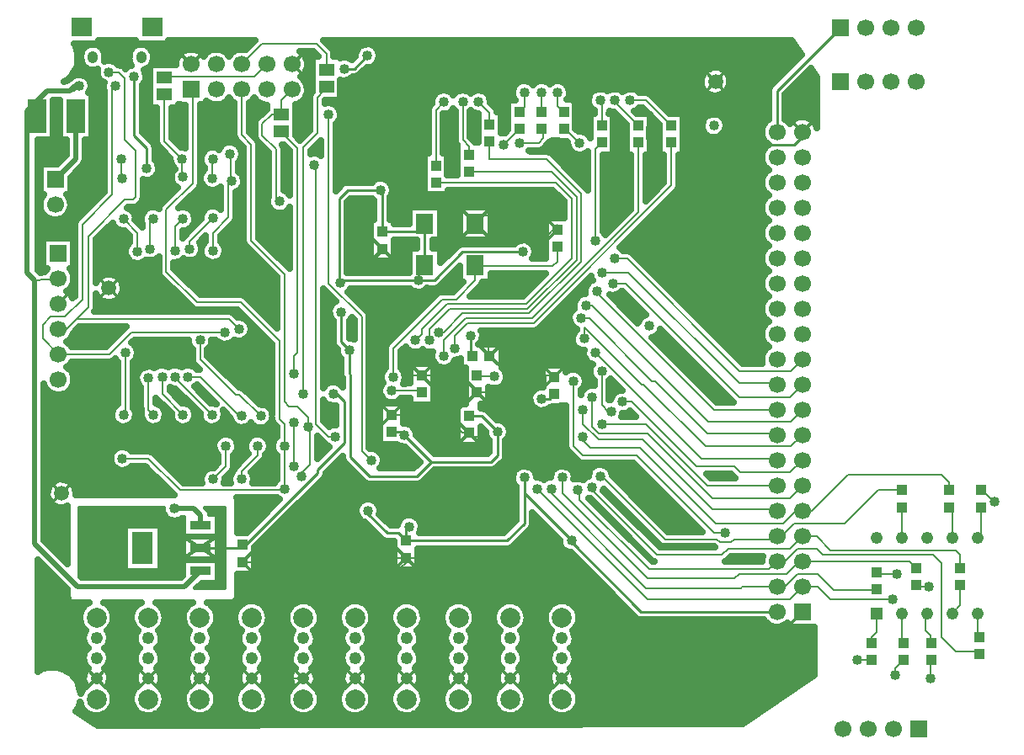
<source format=gbr>
G04 DipTrace 2.4.0.2*
%INBottom.gbr*%
%MOIN*%
%ADD11C,0.006*%
%ADD13C,0.01*%
%ADD14C,0.008*%
%ADD15C,0.02*%
%ADD16C,0.0197*%
%ADD17C,0.025*%
%ADD18C,0.013*%
%ADD19C,0.015*%
%ADD21R,0.0394X0.0433*%
%ADD22R,0.0433X0.0394*%
%ADD23R,0.0709X0.0787*%
%ADD25R,0.048X0.048*%
%ADD26C,0.048*%
%ADD27R,0.0748X0.1339*%
%ADD28R,0.0591X0.0512*%
%ADD29R,0.0669X0.0669*%
%ADD30C,0.0669*%
%ADD32O,0.0413X0.0492*%
%ADD33R,0.0787X0.0748*%
%ADD36C,0.0591*%
%ADD37C,0.0492*%
%ADD38C,0.0787*%
%ADD45R,0.0846X0.0374*%
%ADD46R,0.0846X0.128*%
%ADD49C,0.04*%
%FSLAX44Y44*%
G04*
G70*
G90*
G75*
G01*
%LNBottom*%
%LPD*%
X-41339Y-1220D2*
D13*
X-39764D1*
D11*
X-39646Y-1102D1*
X-36062Y4875D2*
D13*
Y5000D1*
X-35629Y4566D1*
Y2934D1*
X-36688Y1875D1*
Y1750D1*
X-39540Y-1102D1*
X-39646D1*
X-33753Y5000D2*
D11*
X-32625D1*
X-32562Y4937D1*
X-29688Y5563D2*
D14*
X-30313D1*
X-30375Y5625D1*
X-30688Y4000D2*
D13*
X-30188D1*
X-29563Y3375D1*
X-28500Y1562D2*
Y938D1*
X-26625Y-937D1*
X-26688D1*
X-23875Y-3750D1*
X-18502D1*
X-33188Y-937D2*
Y-500D1*
X-33063Y-375D1*
X-34688Y250D2*
Y125D1*
X-33937Y-625D1*
X-33500D1*
X-33188Y-937D1*
X-29187D1*
X-28500Y-250D1*
Y938D1*
X-33750Y3375D2*
X-33375D1*
X-33250Y3250D1*
X-27813Y4688D2*
X-27500D1*
X-27313Y4875D1*
X-35630Y17756D2*
X-35236D1*
X-34724Y18268D1*
X-34191Y12939D2*
X-35504D1*
X-35827Y12616D1*
Y9331D1*
X-35787Y9291D1*
X-18502Y15250D2*
Y16873D1*
X-16000Y19375D1*
X-32691Y9376D2*
X-35872D1*
X-35787Y9291D1*
X-35750Y8125D2*
Y6938D1*
X-35437Y6625D1*
X-30625Y7188D2*
Y6456D1*
X-30544Y6375D1*
X-29563Y3375D2*
Y2437D1*
X-29813Y2187D1*
X-32187D1*
X-33250Y3250D1*
X-35437Y6625D2*
Y5687D1*
X-35379Y5629D1*
Y2379D1*
X-34625Y1625D1*
X-32750D1*
X-32187Y2187D1*
X-34129Y11295D2*
X-32772D1*
X-32441Y11626D1*
Y9973D2*
Y11626D1*
X-34129Y11295D2*
Y12939D1*
X-34191D1*
X-32691Y9376D2*
Y9723D1*
X-32441Y9973D1*
X-28565Y10501D2*
X-30941D1*
X-32066Y9376D1*
X-32691D1*
X-37625Y5687D2*
D11*
Y6375D1*
X-37500Y6500D1*
Y14625D1*
X-38125Y15250D1*
Y15268D1*
X-46942Y7439D2*
X-46630D1*
X-46234Y7835D1*
X-40197D1*
X-39803Y7441D1*
X-44942Y17627D2*
X-44567D1*
X-44317Y17377D1*
Y14939D1*
X-43880Y14502D1*
Y12689D1*
X-44005Y12564D1*
X-44317D1*
X-45755Y11126D1*
Y8313D1*
X-46630Y7439D1*
X-46942Y6439D2*
X-44939D1*
X-44055Y7323D1*
X-40354D1*
X-44692Y17064D2*
X-44817D1*
Y12762D1*
X-46005Y11574D1*
Y8626D1*
X-46692Y7938D1*
X-47255D1*
X-47567Y7626D1*
Y7064D1*
X-46942Y6439D1*
X-17502Y15250D2*
D13*
Y15064D1*
X-17814Y14752D1*
X-21873D1*
X-21938Y14688D1*
X-43192Y15814D2*
X-43505Y16127D1*
Y17620D1*
X-42975Y18150D1*
Y18320D1*
X-42084D1*
X-41693Y17929D1*
X-35879Y15314D2*
X-35788D1*
X-33583Y17520D1*
X-35879Y15314D2*
X-32566D1*
X-38938Y14250D2*
Y11747D1*
X-38192Y11001D1*
X-21938Y14688D2*
Y9437D1*
X-22437Y8938D1*
X-46875Y14794D2*
Y14814D1*
X-47693D1*
Y11689D1*
X-46697D1*
X-45709Y12677D1*
X-46942Y8439D2*
Y8501D1*
X-46255Y9188D1*
Y12131D1*
X-45709Y12677D1*
X-35938Y1063D2*
D11*
Y-187D1*
X-34518Y-1607D1*
X-33188D1*
X-29938Y7188D2*
Y6438D1*
X-29875Y6375D1*
X-33188Y-1607D2*
Y-1813D1*
X-33375Y-2000D1*
X-35625D1*
X-35875Y-1750D1*
X-32625Y-1625D2*
X-33169D1*
X-33188Y-1607D1*
X-42362Y354D2*
D15*
X-41604D1*
X-41312Y63D1*
Y-289D1*
X-41339Y-315D1*
X-37480Y394D2*
D11*
Y-1732D1*
X-37953Y-2205D1*
X-33188Y5625D2*
X-32581D1*
X-32562Y5607D1*
X-29750Y4938D2*
X-30357D1*
X-30375Y4956D1*
X-30688Y3331D2*
Y3188D1*
X-30128D1*
X-32562Y5607D2*
X-31026D1*
X-30375Y4956D1*
X-32312Y3938D2*
X-31250D1*
X-31228Y3915D1*
Y3603D1*
X-30956Y3331D1*
X-30688D1*
X-31228Y3915D2*
Y4103D1*
X-30375Y4956D1*
X-33750Y4044D2*
X-32419D1*
X-32312Y3938D1*
X-28000Y5625D2*
X-27393D1*
X-27313Y5544D1*
X-28000Y5625D2*
X-28750D1*
X-29375Y5000D1*
X-29688D1*
X-29750Y4938D1*
X-30441Y11626D2*
X-30566D1*
X-30253Y11939D1*
X-27753D1*
X-27190Y11376D1*
X-27815Y11126D2*
X-27628D1*
X-27190Y11564D1*
Y11376D1*
X-34129Y10626D2*
Y10501D1*
X-34441Y10189D1*
X-37248Y-6379D2*
X-37808D1*
X-38062Y-6125D1*
Y-2314D1*
X-37953Y-2205D1*
X-39646Y-1772D2*
X-38386D1*
X-37953Y-2205D1*
X-45505Y17377D2*
X-45317D1*
Y15814D1*
X-31878Y7313D2*
X-31691D1*
X-30941Y8063D1*
X-28315D1*
X-26253Y10126D1*
Y12814D1*
X-27628Y14189D1*
X-29875D1*
Y14875D1*
X-30688Y13687D2*
X-27439D1*
X-26440Y12689D1*
Y10189D1*
X-28378Y8251D1*
X-31441D1*
X-32250Y7442D1*
Y7000D1*
X-32003Y13251D2*
X-27253D1*
X-26628Y12626D1*
Y10251D1*
X-28440Y8438D1*
X-31566D1*
X-32562Y7442D1*
Y7250D1*
X-32812Y7000D1*
X-22688Y14831D2*
Y13129D1*
X-28129Y7687D1*
X-30750D1*
X-31250Y7187D1*
Y6688D1*
X-31688Y6375D2*
Y7000D1*
X-30812Y7875D1*
X-28191D1*
X-24000Y12066D1*
Y14750D1*
X-24081Y14831D1*
X-24000D1*
X-25690Y10939D2*
Y14578D1*
X-25438Y14831D1*
X-37625Y3750D2*
Y2000D1*
X-25062Y4188D2*
X-25190D1*
X-25440Y4438D1*
Y5768D1*
X-28000Y1125D2*
X-23625Y-3250D1*
X-18002D1*
X-17502Y-2750D1*
X-10439Y1063D2*
Y1125D1*
X-9876Y563D1*
Y625D1*
X-13939Y-3250D2*
X-16377D1*
X-16877Y-2750D1*
X-17502D1*
X-18502D2*
X-19875D1*
X-19938Y-2812D1*
X-23687D1*
X-27437Y938D1*
Y1125D1*
X-18502Y-2750D2*
X-18190D1*
X-17689Y-2250D1*
X-16877D1*
X-16252Y-2875D1*
X-14582D1*
X-14564Y-2857D1*
X-27000Y1562D2*
Y937D1*
X-23625Y-2438D1*
X-20188D1*
X-20000Y-2250D1*
X-18127D1*
X-17627Y-1750D1*
X-17502D1*
X-13269D1*
X-13001Y-2018D1*
X-26375Y1062D2*
X-26437D1*
X-26312Y938D1*
Y687D1*
X-23562Y-2063D1*
X-18814D1*
X-18502Y-1750D1*
X-18190D1*
X-17689Y-1250D1*
X-16939D1*
X-16689Y-1500D1*
X-12314D1*
X-12001Y-1813D1*
Y-4750D1*
X-11439Y-5313D1*
X-10608D1*
X-10501Y-5420D1*
X-11251Y-2018D2*
Y-1499D1*
X-11437Y-1313D1*
X-16377D1*
X-16939Y-750D1*
X-17502D1*
X-25812Y1188D2*
Y1062D1*
X-23250Y-1500D1*
X-20690D1*
X-20440Y-1250D1*
X-18002D1*
X-17502Y-750D1*
X-25500Y1625D2*
X-25438D1*
X-22938Y-875D1*
X-20877D1*
X-20752Y-1000D1*
X-20315D1*
X-20190Y-875D1*
X-18626D1*
X-18502Y-750D1*
X-18315D1*
X-17814Y-250D1*
X-15814D1*
X-14502Y1063D1*
X-13564D1*
X-26187Y3188D2*
Y3060D1*
X-25878Y2750D1*
X-23940D1*
X-20940Y-250D1*
X-18252D1*
X-17502Y500D1*
Y250D1*
X-17127D1*
X-15689Y1688D1*
X-12001D1*
X-11689Y1375D1*
Y1063D1*
X-26187Y4250D2*
Y3687D1*
X-25562Y3062D1*
X-23812D1*
X-21063Y313D1*
X-18565D1*
X-18502Y250D1*
X-12376Y-5670D2*
X-12439D1*
Y-6376D1*
X-25812Y4750D2*
Y3563D1*
X-25562Y3313D1*
X-23625D1*
X-21063Y750D1*
X-18001D1*
X-17502Y1250D1*
X-13814Y-6251D2*
Y-5982D1*
X-13501Y-5670D1*
X-26562Y5375D2*
Y2812D1*
X-26188Y2438D1*
X-24063D1*
X-21000Y-625D1*
X-20565D1*
X-15314Y-5670D2*
X-14752D1*
X-25438Y3687D2*
Y3750D1*
X-25375Y3687D1*
X-23687D1*
X-21250Y1250D1*
X-18502D1*
X-24625Y4562D2*
X-24250D1*
X-21687Y2000D1*
X-20188D1*
X-19959Y1772D1*
X-17980D1*
X-17502Y2250D1*
X-25687Y6500D2*
X-21500Y2312D1*
X-18565D1*
X-18502Y2250D1*
X-26125Y7063D2*
Y7500D1*
X-23861Y5236D1*
X-23780D1*
X-21339Y2795D1*
X-17956D1*
X-17502Y3250D1*
X-26250Y7875D2*
X-25937D1*
X-23456Y5394D1*
X-23331D1*
X-21245Y3307D1*
X-18559D1*
X-18502Y3250D1*
X-26062Y8375D2*
X-25812D1*
X-21217Y3780D1*
X-17972D1*
X-17502Y4250D1*
X-25625Y8937D2*
Y8875D1*
X-21002Y4252D1*
X-18504D1*
X-18502Y4250D1*
X-25000Y9250D2*
X-24500D1*
X-20000Y4750D1*
X-18001D1*
X-17502Y5250D1*
X-25438Y9688D2*
X-24375D1*
X-20001Y5313D1*
X-18438D1*
X-18502Y5250D1*
X-24937Y10250D2*
X-24437D1*
X-19975Y5787D1*
X-17964D1*
X-17502Y6250D1*
X-26938Y15375D2*
X-26875D1*
X-26313Y14813D1*
X-28687D2*
X-27937D1*
X-27750Y15000D1*
Y15312D1*
X-27813Y15375D1*
X-29311Y14752D2*
X-28687Y15375D1*
X-40313Y2812D2*
Y2010D1*
X-40827Y1496D1*
X-37250Y4875D2*
Y14640D1*
X-36691Y15198D1*
Y16627D1*
X-36441Y16877D1*
Y16953D1*
X-36535Y17047D1*
X-36339D1*
X-42047Y14173D2*
Y13504D1*
X-42008Y13465D1*
X-42756Y16732D2*
Y14882D1*
X-42047Y14173D1*
X-27190Y10707D2*
Y10126D1*
X-27378Y9939D1*
X-30407D1*
X-30441Y9973D1*
X-33691Y5541D2*
Y6688D1*
X-31753Y8626D1*
X-31191D1*
X-30441Y9376D1*
Y9972D1*
Y9973D1*
X-10439Y393D2*
Y-687D1*
X-10564Y-813D1*
X-36339Y17717D2*
Y18346D1*
X-36732Y18740D1*
X-38882D1*
X-39693Y17929D1*
X-42756Y17402D2*
Y17441D1*
X-39181D1*
X-38693Y17929D1*
X-40827Y10551D2*
Y11260D1*
X-40217Y11870D1*
Y13169D1*
X-40079Y13307D1*
X-40118D1*
Y14331D1*
X-40157Y14370D1*
X-41754Y10626D2*
Y10923D1*
X-40827Y11850D1*
X-43317Y10626D2*
Y11683D1*
X-43189Y11811D1*
X-43819Y10512D2*
Y11260D1*
X-44370Y11811D1*
X-41339Y7008D2*
Y6260D1*
X-39921Y4843D1*
X-39780D1*
X-38938Y4000D1*
X-41811Y5551D2*
X-41339D1*
X-39803Y4016D1*
X-39685D1*
X-42323Y5551D2*
X-42362D1*
X-40866Y4055D1*
X-42835Y5551D2*
Y4882D1*
X-42008Y4055D1*
X-43380Y5501D2*
Y4246D1*
X-43189Y4055D1*
X-44291Y6496D2*
Y4134D1*
X-44370Y4055D1*
X-42323Y10551D2*
Y11496D1*
X-42008Y11811D1*
X-44442Y14189D2*
Y13425D1*
X-44409D1*
X-29875Y15544D2*
Y16000D1*
X-30313Y16437D1*
X-30688Y14357D2*
Y14688D1*
X-30938Y14938D1*
Y16437D1*
X-32003Y13921D2*
Y16122D1*
X-31688Y16437D1*
X-24313Y16500D2*
X-23688D1*
X-22688Y15500D1*
X-24938Y16500D2*
Y16438D1*
X-24000Y15500D1*
X-25438D2*
Y16438D1*
X-25500Y16500D1*
X-43942Y17439D2*
D13*
Y15127D1*
X-43442Y14627D1*
Y13814D1*
X-46255Y15877D2*
D15*
Y14189D1*
X-47067Y13376D1*
X-11564Y-813D2*
D11*
Y269D1*
X-11689Y393D1*
X-13564D2*
Y-813D1*
X-27813Y16812D2*
Y16044D1*
X-27188Y16812D2*
Y16294D1*
X-26938Y16044D1*
X-28500Y16813D2*
Y16232D1*
X-28687Y16044D1*
X-12564Y-3813D2*
X-12626D1*
Y-4500D1*
X-12439Y-4688D1*
Y-5001D1*
X-12376D1*
X-13564Y-3813D2*
Y-4938D1*
X-13501Y-5001D1*
X-14564Y-3813D2*
Y-4563D1*
X-14752Y-4750D1*
Y-5001D1*
X-11251Y-2688D2*
Y-3500D1*
X-11564Y-3813D1*
X-10564D2*
Y-4688D1*
X-10501Y-4750D1*
X-13751Y-2250D2*
X-14502D1*
X-14564Y-2188D1*
X-12501Y-2750D2*
X-12939D1*
X-13001Y-2688D1*
X-41693Y16929D2*
X-41614D1*
Y13228D1*
X-42677Y12165D1*
Y9724D1*
X-41457Y8504D1*
X-39724D1*
X-38187Y6967D1*
Y3875D1*
X-38000Y3687D1*
Y2813D1*
Y1125D1*
X-44409Y2323D2*
X-43385D1*
X-42125Y1062D1*
X-38000D1*
Y1125D1*
X-38125Y15938D2*
Y16497D1*
X-37693Y16929D1*
X-40827Y14173D2*
X-40851D1*
Y13406D1*
X-36000Y3188D2*
Y3250D1*
X-36063Y3188D1*
X-36250D1*
X-36750Y3687D1*
Y13873D1*
X-36816Y13939D1*
X-38125Y15938D2*
X-38500D1*
X-38875Y15562D1*
Y15125D1*
X-38313Y14563D1*
Y12622D1*
X-38192Y12501D1*
X-36254Y15938D2*
Y9254D1*
X-34937Y7938D1*
Y2625D1*
X-34562Y2250D1*
X-39062Y2812D2*
Y2438D1*
X-39687Y1813D1*
Y1500D1*
X-39693Y16929D2*
Y15130D1*
X-39313Y14750D1*
Y10938D1*
X-38000Y9625D1*
Y4562D1*
X-37813Y4375D1*
X-37500D1*
X-37062Y3937D1*
Y3563D1*
X-37313Y1625D2*
Y1750D1*
X-37000Y2063D1*
Y3500D1*
X-37062Y3563D1*
X-46130Y17064D2*
D16*
X-46295D1*
X-46490Y16870D1*
X-47387D1*
X-48193Y16064D1*
Y9689D1*
X-47880Y9376D1*
Y-1057D1*
X-46181Y-2756D1*
X-41969D1*
X-41339Y-2126D1*
X-46942Y9439D2*
D11*
X-47880Y9376D1*
X-47790Y15877D2*
X-48193D1*
Y16002D1*
X-47317Y16877D1*
X-46317D1*
X-46130Y17064D1*
D49*
X-36062Y4875D3*
X-33753Y5000D3*
X-29688Y5563D3*
X-29563Y3375D3*
X-28500Y1562D3*
X-33063Y-375D3*
X-34688Y250D3*
X-33250Y3250D3*
X-27813Y4688D3*
X-33250Y3250D3*
X-32691Y9376D3*
X-35750Y8125D3*
X-35437Y6625D3*
X-30625Y7188D3*
X-32691Y9376D3*
X-28565Y10501D3*
X-32691Y9376D3*
X-32566Y15314D3*
X-38938Y14250D3*
X-22437Y8938D3*
X-29938Y7188D3*
X-35875Y-1750D3*
X-32625Y-1625D3*
X-33188Y5625D3*
X-29750Y4938D3*
X-30128Y3188D3*
X-32312Y3938D3*
D3*
X-28000Y5625D3*
D3*
X-29750Y4938D3*
X-27815Y11126D3*
X-34441Y10189D3*
X-45505Y17377D3*
X-31878Y7313D3*
X-32250Y7000D3*
X-32812D3*
X-31250Y6688D3*
X-31688Y6375D3*
X-25690Y10939D3*
X-37625Y3750D3*
Y2000D3*
X-25440Y5768D3*
X-28000Y1125D3*
X-9876Y625D3*
X-13939Y-3250D3*
X-27437Y1125D3*
X-27000Y1562D3*
X-26375Y1062D3*
X-25812Y1188D3*
X-25500Y1625D3*
X-12439Y-6376D3*
X-13814Y-6251D3*
X-26562Y5375D3*
X-20565Y-625D3*
X-15314Y-5670D3*
X-26313Y14813D3*
X-28687D3*
X-29311Y14752D3*
X-33691Y5541D3*
X-30313Y16437D3*
X-30938D3*
X-31688D3*
X-24313Y16500D3*
X-24938D3*
X-25500D3*
X-43942Y17439D3*
X-43442Y13814D3*
X-13751Y-2250D3*
X-12501Y-2750D3*
X-38000Y1125D3*
X-40827Y14173D3*
X-40851Y13406D3*
D3*
X-36000Y3188D3*
X-36816Y13939D3*
X-36254Y15938D3*
X-34562Y2250D3*
X-37062Y3563D3*
X-37313Y1625D3*
X-25062Y4188D3*
X-25687Y6500D3*
X-24625Y4562D3*
X-25438Y3687D3*
X-25812Y4750D3*
X-40313Y2812D3*
X-44409Y2323D3*
X-40354Y7323D3*
X-39803Y7441D3*
X-42047Y14173D3*
X-42008Y13465D3*
X-39062Y2812D3*
X-38000Y2813D3*
X-26187Y4250D3*
X-40827Y1496D3*
X-39687Y1500D3*
X-43189Y11811D3*
X-26187Y3188D3*
X-44442Y14189D3*
X-26125Y7063D3*
X-26250Y7875D3*
X-26062Y8375D3*
X-25625Y8937D3*
X-25000Y9250D3*
X-25438Y9688D3*
X-46130Y17064D3*
X-43819Y10512D3*
X-24937Y10250D3*
X-37250Y4875D3*
X-37625Y5687D3*
X-21000Y15500D3*
X-20472Y-5197D3*
X-44370Y11811D3*
X-43317Y10626D3*
X-42008Y11811D3*
X-42323Y10551D3*
X-41754Y10626D3*
X-40827Y11850D3*
Y10551D3*
X-44692Y17064D3*
X-44291Y6496D3*
X-40079Y13307D3*
X-44409Y13425D3*
X-40157Y14370D3*
X-44942Y17627D3*
X-44370Y4055D3*
X-27188Y16812D3*
X-43380Y5501D3*
X-43189Y4055D3*
X-42835Y5551D3*
X-42008Y4055D3*
X-42323Y5551D3*
X-40866Y4055D3*
X-41811Y5551D3*
X-39685Y4016D3*
X-41339Y7008D3*
X-38938Y4000D3*
X-38192Y12501D3*
X-27813Y16812D3*
X-28500Y16813D3*
X-37480Y394D3*
X-42362Y354D3*
X-36254Y6438D3*
X-46875Y14794D3*
X-35630Y17756D3*
X-34724Y18268D3*
X-35879Y15314D3*
X-34191Y12939D3*
X-35787Y9291D3*
X-21938Y14688D3*
X-23563Y7562D3*
X-38192Y11001D3*
X-43192Y15814D3*
X-45317D3*
X-33583Y17520D3*
X-26625Y-937D3*
X-45709Y12677D3*
X-35938Y1063D3*
X-46243Y18631D2*
D17*
X-45890D1*
X-45270D2*
X-43980D1*
X-43360D2*
X-39433D1*
X-36180D2*
X-35039D1*
X-34411D2*
X-17777D1*
X-46168Y18382D2*
X-46056D1*
X-45102D2*
X-44148D1*
X-43192D2*
X-42109D1*
X-41274D2*
X-41109D1*
X-40274D2*
X-40109D1*
X-37274D2*
X-36816D1*
X-36020D2*
X-35199D1*
X-34250D2*
X-17605D1*
X-46153Y18134D2*
X-46075D1*
X-45086D2*
X-44164D1*
X-43176D2*
X-42281D1*
X-37106D2*
X-36927D1*
X-34254D2*
X-17711D1*
X-46196Y17885D2*
X-45976D1*
X-44399D2*
X-44101D1*
X-37071D2*
X-36926D1*
X-34434D2*
X-17961D1*
X-46297Y17636D2*
X-45433D1*
X-43496D2*
X-43341D1*
X-37145D2*
X-36925D1*
X-34887D2*
X-21371D1*
X-20508D2*
X-18211D1*
X-17270D2*
X-17086D1*
X-45770Y17388D2*
X-45367D1*
X-43453D2*
X-43340D1*
X-37282D2*
X-36925D1*
X-35321D2*
X-21507D1*
X-20371D2*
X-18457D1*
X-17516D2*
X-16941D1*
X-45645Y17139D2*
X-45175D1*
X-43563D2*
X-43339D1*
X-37106D2*
X-36927D1*
X-35754D2*
X-28855D1*
X-26832D2*
X-21515D1*
X-20368D2*
X-18707D1*
X-17766D2*
X-16945D1*
X-45672Y16890D2*
X-45148D1*
X-43602D2*
X-43339D1*
X-37071D2*
X-36926D1*
X-35754D2*
X-31816D1*
X-31559D2*
X-31066D1*
X-30809D2*
X-30441D1*
X-30184D2*
X-28984D1*
X-26703D2*
X-25777D1*
X-24036D2*
X-21394D1*
X-20489D2*
X-18839D1*
X-18016D2*
X-16945D1*
X-45590Y16642D2*
X-45136D1*
X-43602D2*
X-43339D1*
X-37141D2*
X-37011D1*
X-35754D2*
X-32128D1*
X-29871D2*
X-28957D1*
X-26731D2*
X-25968D1*
X-23387D2*
X-18843D1*
X-18161D2*
X-16945D1*
X-47125Y16393D2*
X-46918D1*
X-45590D2*
X-45136D1*
X-43602D2*
X-43339D1*
X-41067D2*
X-40987D1*
X-40399D2*
X-40011D1*
X-39371D2*
X-38988D1*
X-37399D2*
X-37011D1*
X-36137D2*
X-32175D1*
X-29825D2*
X-29175D1*
X-26450D2*
X-25976D1*
X-23137D2*
X-18843D1*
X-18161D2*
X-16949D1*
X-47125Y16144D2*
X-46918D1*
X-45590D2*
X-45136D1*
X-43602D2*
X-43078D1*
X-42438D2*
X-41933D1*
X-41293D2*
X-40011D1*
X-39371D2*
X-38734D1*
X-37539D2*
X-37011D1*
X-35813D2*
X-32324D1*
X-29594D2*
X-29175D1*
X-26450D2*
X-25824D1*
X-23989D2*
X-23773D1*
X-22891D2*
X-18843D1*
X-18161D2*
X-16949D1*
X-47125Y15896D2*
X-46918D1*
X-45590D2*
X-45136D1*
X-43602D2*
X-43078D1*
X-42438D2*
X-41933D1*
X-41293D2*
X-40011D1*
X-39371D2*
X-38984D1*
X-37539D2*
X-37011D1*
X-35766D2*
X-32324D1*
X-31684D2*
X-31257D1*
X-30618D2*
X-30363D1*
X-29387D2*
X-29175D1*
X-26450D2*
X-25925D1*
X-24950D2*
X-24839D1*
X-22200D2*
X-21269D1*
X-20731D2*
X-18843D1*
X-18161D2*
X-16949D1*
X-47125Y15647D2*
X-46918D1*
X-45590D2*
X-45136D1*
X-43602D2*
X-43078D1*
X-42438D2*
X-41933D1*
X-41293D2*
X-40011D1*
X-39371D2*
X-39185D1*
X-37539D2*
X-37011D1*
X-35868D2*
X-32324D1*
X-31684D2*
X-31257D1*
X-30618D2*
X-30363D1*
X-29387D2*
X-29175D1*
X-26450D2*
X-25925D1*
X-24950D2*
X-24589D1*
X-23512D2*
X-23277D1*
X-22200D2*
X-21464D1*
X-20536D2*
X-18976D1*
X-17028D2*
X-16950D1*
X-47125Y15398D2*
X-46918D1*
X-45590D2*
X-45136D1*
X-43602D2*
X-43078D1*
X-42438D2*
X-41933D1*
X-41293D2*
X-40011D1*
X-39371D2*
X-39193D1*
X-37539D2*
X-37011D1*
X-35934D2*
X-32324D1*
X-31684D2*
X-31257D1*
X-30618D2*
X-30363D1*
X-29387D2*
X-29175D1*
X-26450D2*
X-25925D1*
X-24950D2*
X-24488D1*
X-23512D2*
X-23175D1*
X-22200D2*
X-21480D1*
X-20520D2*
X-19109D1*
X-47125Y15149D2*
X-46918D1*
X-45590D2*
X-45136D1*
X-43496D2*
X-43078D1*
X-42438D2*
X-41933D1*
X-41293D2*
X-40011D1*
X-39270D2*
X-39194D1*
X-37539D2*
X-37183D1*
X-35934D2*
X-32324D1*
X-31684D2*
X-31257D1*
X-30618D2*
X-30363D1*
X-24950D2*
X-24488D1*
X-23512D2*
X-23175D1*
X-22200D2*
X-21332D1*
X-20668D2*
X-19117D1*
X-47748Y14901D2*
X-46644D1*
X-45864D2*
X-45136D1*
X-43246D2*
X-43076D1*
X-42332D2*
X-41933D1*
X-41293D2*
X-39906D1*
X-35934D2*
X-32324D1*
X-31684D2*
X-31253D1*
X-30457D2*
X-30360D1*
X-24950D2*
X-24488D1*
X-23512D2*
X-23175D1*
X-22200D2*
X-19015D1*
X-47748Y14652D2*
X-46644D1*
X-45864D2*
X-45136D1*
X-43102D2*
X-42970D1*
X-42082D2*
X-41933D1*
X-41293D2*
X-40550D1*
X-39762D2*
X-39656D1*
X-38993D2*
X-38840D1*
X-36797D2*
X-36574D1*
X-35934D2*
X-32324D1*
X-31684D2*
X-31175D1*
X-27657D2*
X-26773D1*
X-24950D2*
X-24488D1*
X-23512D2*
X-23175D1*
X-22200D2*
X-18972D1*
X-47748Y14403D2*
X-46644D1*
X-45864D2*
X-45136D1*
X-43102D2*
X-42718D1*
X-38993D2*
X-38632D1*
X-37993D2*
X-37817D1*
X-36930D2*
X-36574D1*
X-35934D2*
X-32324D1*
X-31684D2*
X-31175D1*
X-27399D2*
X-26558D1*
X-24950D2*
X-24488D1*
X-23512D2*
X-23175D1*
X-22200D2*
X-19105D1*
X-47748Y14155D2*
X-46832D1*
X-45868D2*
X-45136D1*
X-43102D2*
X-42539D1*
X-39719D2*
X-39635D1*
X-38993D2*
X-38632D1*
X-37993D2*
X-37817D1*
X-35934D2*
X-32492D1*
X-31516D2*
X-31175D1*
X-27153D2*
X-26011D1*
X-25371D2*
X-24320D1*
X-23680D2*
X-23007D1*
X-22368D2*
X-19121D1*
X-45996Y13906D2*
X-45136D1*
X-42961D2*
X-42453D1*
X-39797D2*
X-39632D1*
X-38993D2*
X-38632D1*
X-37993D2*
X-37817D1*
X-35934D2*
X-32492D1*
X-31516D2*
X-31175D1*
X-26903D2*
X-26011D1*
X-25371D2*
X-24320D1*
X-23680D2*
X-23007D1*
X-22368D2*
X-19019D1*
X-46246Y13657D2*
X-45136D1*
X-42981D2*
X-42457D1*
X-39746D2*
X-39630D1*
X-38993D2*
X-38632D1*
X-37993D2*
X-37817D1*
X-35934D2*
X-32492D1*
X-31516D2*
X-31175D1*
X-26653D2*
X-26011D1*
X-25371D2*
X-24320D1*
X-23680D2*
X-23007D1*
X-22368D2*
X-18964D1*
X-46442Y13409D2*
X-45136D1*
X-43188D2*
X-42496D1*
X-38993D2*
X-38632D1*
X-37993D2*
X-37817D1*
X-35934D2*
X-32492D1*
X-26407D2*
X-26011D1*
X-25371D2*
X-24320D1*
X-23680D2*
X-23007D1*
X-22368D2*
X-19105D1*
X-46442Y13160D2*
X-45136D1*
X-43559D2*
X-42382D1*
X-38993D2*
X-38632D1*
X-37993D2*
X-37817D1*
X-35934D2*
X-35753D1*
X-33758D2*
X-32492D1*
X-26157D2*
X-26011D1*
X-25371D2*
X-24320D1*
X-23680D2*
X-23097D1*
X-22368D2*
X-19121D1*
X-46442Y12911D2*
X-45136D1*
X-43559D2*
X-42375D1*
X-41489D2*
X-40535D1*
X-39809D2*
X-39632D1*
X-38993D2*
X-38632D1*
X-37946D2*
X-37820D1*
X-33703D2*
X-32492D1*
X-31516D2*
X-27355D1*
X-25371D2*
X-24320D1*
X-23680D2*
X-23347D1*
X-22461D2*
X-19023D1*
X-47748Y12663D2*
X-47621D1*
X-46516D2*
X-45359D1*
X-43559D2*
X-42621D1*
X-41739D2*
X-40535D1*
X-39895D2*
X-39632D1*
X-38993D2*
X-38652D1*
X-33789D2*
X-27105D1*
X-25371D2*
X-24320D1*
X-23680D2*
X-23597D1*
X-22711D2*
X-18961D1*
X-46446Y12414D2*
X-45605D1*
X-43711D2*
X-42871D1*
X-41985D2*
X-40535D1*
X-39895D2*
X-39632D1*
X-38993D2*
X-38671D1*
X-35489D2*
X-34468D1*
X-33789D2*
X-26949D1*
X-25371D2*
X-24320D1*
X-22961D2*
X-19105D1*
X-47748Y12165D2*
X-47652D1*
X-46481D2*
X-45855D1*
X-44043D2*
X-43515D1*
X-41680D2*
X-41195D1*
X-39895D2*
X-39632D1*
X-38993D2*
X-38539D1*
X-35489D2*
X-34468D1*
X-33789D2*
X-33086D1*
X-31797D2*
X-31086D1*
X-29797D2*
X-26949D1*
X-25371D2*
X-24343D1*
X-23207D2*
X-19121D1*
X-47748Y11917D2*
X-47476D1*
X-46657D2*
X-46105D1*
X-43891D2*
X-43668D1*
X-41532D2*
X-41312D1*
X-39895D2*
X-39632D1*
X-38993D2*
X-37820D1*
X-35489D2*
X-34468D1*
X-33789D2*
X-33086D1*
X-31797D2*
X-31086D1*
X-29797D2*
X-26949D1*
X-25371D2*
X-24593D1*
X-23457D2*
X-19027D1*
X-47748Y11668D2*
X-46308D1*
X-43786D2*
X-43656D1*
X-41539D2*
X-41452D1*
X-39977D2*
X-39632D1*
X-38993D2*
X-37820D1*
X-35489D2*
X-34617D1*
X-33641D2*
X-33086D1*
X-31797D2*
X-31086D1*
X-29797D2*
X-27675D1*
X-25371D2*
X-24839D1*
X-23707D2*
X-18957D1*
X-47748Y11419D2*
X-46324D1*
X-45020D2*
X-44644D1*
X-40227D2*
X-39632D1*
X-38993D2*
X-37820D1*
X-35489D2*
X-34617D1*
X-31797D2*
X-31086D1*
X-29797D2*
X-27675D1*
X-25371D2*
X-25089D1*
X-23953D2*
X-19101D1*
X-47748Y11170D2*
X-46324D1*
X-45270D2*
X-44171D1*
X-40473D2*
X-39632D1*
X-38993D2*
X-37820D1*
X-35489D2*
X-34617D1*
X-31797D2*
X-31086D1*
X-29797D2*
X-27675D1*
X-24203D2*
X-19121D1*
X-47748Y10922D2*
X-47566D1*
X-45434D2*
X-44140D1*
X-41313D2*
X-41148D1*
X-40508D2*
X-39632D1*
X-38856D2*
X-37820D1*
X-35489D2*
X-34617D1*
X-33641D2*
X-32781D1*
X-32102D2*
X-28789D1*
X-28344D2*
X-27675D1*
X-24453D2*
X-19027D1*
X-47748Y10673D2*
X-47566D1*
X-45434D2*
X-44281D1*
X-40352D2*
X-39492D1*
X-38606D2*
X-37820D1*
X-35489D2*
X-34617D1*
X-33641D2*
X-32781D1*
X-32102D2*
X-31238D1*
X-28110D2*
X-27675D1*
X-24700D2*
X-18953D1*
X-47748Y10424D2*
X-47566D1*
X-45434D2*
X-44300D1*
X-40356D2*
X-39242D1*
X-38356D2*
X-37820D1*
X-35489D2*
X-34617D1*
X-33641D2*
X-33086D1*
X-31797D2*
X-31488D1*
X-28082D2*
X-27675D1*
X-24168D2*
X-19101D1*
X-47748Y10176D2*
X-47566D1*
X-45434D2*
X-44164D1*
X-43176D2*
X-42996D1*
X-42024D2*
X-41894D1*
X-41614D2*
X-41125D1*
X-40528D2*
X-38992D1*
X-38110D2*
X-37820D1*
X-35489D2*
X-34617D1*
X-33641D2*
X-33086D1*
X-23922D2*
X-19121D1*
X-47748Y9927D2*
X-47566D1*
X-45434D2*
X-42996D1*
X-42356D2*
X-38746D1*
X-35489D2*
X-33086D1*
X-23672D2*
X-19031D1*
X-45434Y9678D2*
X-42992D1*
X-42188D2*
X-38496D1*
X-31293D2*
X-31086D1*
X-23422D2*
X-18945D1*
X-44493Y9430D2*
X-42824D1*
X-41942D2*
X-38320D1*
X-31543D2*
X-31086D1*
X-29797D2*
X-27890D1*
X-25946D2*
X-25851D1*
X-23176D2*
X-19097D1*
X-44371Y9181D2*
X-42574D1*
X-41692D2*
X-38320D1*
X-31789D2*
X-31078D1*
X-30196D2*
X-28140D1*
X-26192D2*
X-26046D1*
X-22926D2*
X-19121D1*
X-46578Y8932D2*
X-46324D1*
X-44371D2*
X-42328D1*
X-41442D2*
X-38320D1*
X-35465D2*
X-32855D1*
X-32528D2*
X-31328D1*
X-30442D2*
X-28390D1*
X-26442D2*
X-26117D1*
X-22676D2*
X-19035D1*
X-44504Y8684D2*
X-42078D1*
X-39461D2*
X-38320D1*
X-36430D2*
X-36125D1*
X-35243D2*
X-32136D1*
X-26692D2*
X-26437D1*
X-24993D2*
X-24375D1*
X-22430D2*
X-18941D1*
X-45434Y8435D2*
X-41832D1*
X-39215D2*
X-38320D1*
X-36430D2*
X-36121D1*
X-34993D2*
X-32386D1*
X-26938D2*
X-26550D1*
X-24743D2*
X-24128D1*
X-22180D2*
X-19097D1*
X-45465Y8186D2*
X-39847D1*
X-38965D2*
X-38320D1*
X-36430D2*
X-36234D1*
X-34743D2*
X-32636D1*
X-27188D2*
X-26621D1*
X-24493D2*
X-23878D1*
X-21930D2*
X-19125D1*
X-39856Y7938D2*
X-39601D1*
X-38715D2*
X-38320D1*
X-36430D2*
X-36199D1*
X-34618D2*
X-32882D1*
X-27438D2*
X-26734D1*
X-24246D2*
X-23863D1*
X-21684D2*
X-19039D1*
X-38469Y7689D2*
X-38323D1*
X-36430D2*
X-36089D1*
X-35411D2*
X-35257D1*
X-34618D2*
X-33132D1*
X-27684D2*
X-26703D1*
X-21434D2*
X-18933D1*
X-46188Y7440D2*
X-44378D1*
X-39313D2*
X-39101D1*
X-36430D2*
X-36089D1*
X-35411D2*
X-35257D1*
X-34618D2*
X-33382D1*
X-27942D2*
X-26445D1*
X-21184D2*
X-19093D1*
X-46371Y7191D2*
X-44628D1*
X-39387D2*
X-38855D1*
X-36430D2*
X-36089D1*
X-35411D2*
X-35257D1*
X-34618D2*
X-33628D1*
X-30137D2*
X-26597D1*
X-23258D2*
X-22882D1*
X-20938D2*
X-19125D1*
X-46578Y6943D2*
X-44878D1*
X-43993D2*
X-41824D1*
X-40852D2*
X-40648D1*
X-40063D2*
X-38605D1*
X-36430D2*
X-36089D1*
X-34618D2*
X-33878D1*
X-30203D2*
X-26597D1*
X-23250D2*
X-22636D1*
X-20688D2*
X-19043D1*
X-43844Y6694D2*
X-41707D1*
X-40969D2*
X-38507D1*
X-36430D2*
X-35976D1*
X-34618D2*
X-34011D1*
X-29368D2*
X-26433D1*
X-23000D2*
X-22386D1*
X-20438D2*
X-18929D1*
X-43805Y6445D2*
X-41660D1*
X-41020D2*
X-38507D1*
X-36430D2*
X-35890D1*
X-34618D2*
X-34011D1*
X-33371D2*
X-32171D1*
X-29368D2*
X-26175D1*
X-22754D2*
X-22136D1*
X-20192D2*
X-19093D1*
X-44746Y6197D2*
X-44669D1*
X-43911D2*
X-41652D1*
X-40832D2*
X-38507D1*
X-36430D2*
X-35777D1*
X-34618D2*
X-34011D1*
X-33371D2*
X-32140D1*
X-31235D2*
X-31052D1*
X-29368D2*
X-26066D1*
X-22504D2*
X-21890D1*
X-19942D2*
X-19125D1*
X-46575Y5948D2*
X-44613D1*
X-43973D2*
X-43531D1*
X-43227D2*
X-43102D1*
X-40586D2*
X-38507D1*
X-36430D2*
X-35777D1*
X-34618D2*
X-34011D1*
X-33371D2*
X-33050D1*
X-32075D2*
X-31898D1*
X-31477D2*
X-31050D1*
X-29368D2*
X-27800D1*
X-26825D2*
X-25894D1*
X-22254D2*
X-21640D1*
X-46379Y5699D2*
X-44613D1*
X-43973D2*
X-43823D1*
X-40336D2*
X-38507D1*
X-36430D2*
X-35777D1*
X-34618D2*
X-34152D1*
X-33231D2*
X-33052D1*
X-32075D2*
X-30863D1*
X-29219D2*
X-27800D1*
X-26203D2*
X-25925D1*
X-22008D2*
X-21390D1*
X-46317Y5451D2*
X-44613D1*
X-43973D2*
X-43865D1*
X-40086D2*
X-38507D1*
X-36430D2*
X-35718D1*
X-34618D2*
X-34171D1*
X-33211D2*
X-33052D1*
X-32075D2*
X-30863D1*
X-29211D2*
X-27800D1*
X-26078D2*
X-25804D1*
X-21758D2*
X-21144D1*
X-46368Y5202D2*
X-44613D1*
X-43973D2*
X-43761D1*
X-39840D2*
X-38507D1*
X-34618D2*
X-34195D1*
X-32075D2*
X-30863D1*
X-29368D2*
X-27800D1*
X-26106D2*
X-25949D1*
X-25121D2*
X-24832D1*
X-21508D2*
X-20894D1*
X-47493Y4953D2*
X-47317D1*
X-46567D2*
X-44613D1*
X-43973D2*
X-43699D1*
X-42465D2*
X-42207D1*
X-41321D2*
X-41183D1*
X-39450D2*
X-38507D1*
X-34618D2*
X-34242D1*
X-32075D2*
X-30863D1*
X-29887D2*
X-28218D1*
X-25121D2*
X-24902D1*
X-21262D2*
X-20644D1*
X-47493Y4705D2*
X-44613D1*
X-43973D2*
X-43699D1*
X-42215D2*
X-41957D1*
X-41075D2*
X-40933D1*
X-39200D2*
X-38507D1*
X-34618D2*
X-34136D1*
X-33368D2*
X-33050D1*
X-32075D2*
X-30863D1*
X-29887D2*
X-28300D1*
X-21012D2*
X-20398D1*
X-47493Y4456D2*
X-44632D1*
X-43973D2*
X-43699D1*
X-42930D2*
X-42852D1*
X-38821D2*
X-38507D1*
X-36430D2*
X-36289D1*
X-34618D2*
X-34238D1*
X-33262D2*
X-31175D1*
X-30200D2*
X-28242D1*
X-47493Y4207D2*
X-44836D1*
X-43907D2*
X-43699D1*
X-42723D2*
X-42601D1*
X-41543D2*
X-41458D1*
X-36430D2*
X-35968D1*
X-34618D2*
X-34238D1*
X-33262D2*
X-31175D1*
X-29926D2*
X-26882D1*
X-47493Y3959D2*
X-44851D1*
X-43891D2*
X-43668D1*
X-42707D2*
X-42488D1*
X-41528D2*
X-41347D1*
X-40387D2*
X-40187D1*
X-36430D2*
X-35968D1*
X-34618D2*
X-34238D1*
X-33262D2*
X-31175D1*
X-29676D2*
X-26882D1*
X-47493Y3710D2*
X-44707D1*
X-44036D2*
X-43527D1*
X-42852D2*
X-42343D1*
X-41672D2*
X-41203D1*
X-40532D2*
X-40058D1*
X-38551D2*
X-38460D1*
X-36328D2*
X-35968D1*
X-34618D2*
X-34238D1*
X-33157D2*
X-31175D1*
X-29215D2*
X-26882D1*
X-47493Y3461D2*
X-38320D1*
X-34618D2*
X-34238D1*
X-32809D2*
X-31175D1*
X-30200D2*
X-30121D1*
X-29082D2*
X-26882D1*
X-47493Y3212D2*
X-40574D1*
X-40051D2*
X-39324D1*
X-38801D2*
X-38320D1*
X-34618D2*
X-34238D1*
X-32743D2*
X-31175D1*
X-30200D2*
X-30023D1*
X-29102D2*
X-26882D1*
X-47493Y2964D2*
X-40777D1*
X-39848D2*
X-39527D1*
X-38598D2*
X-38462D1*
X-36680D2*
X-36468D1*
X-34618D2*
X-34238D1*
X-32493D2*
X-31175D1*
X-30200D2*
X-29902D1*
X-29223D2*
X-26882D1*
X-47493Y2715D2*
X-44683D1*
X-44133D2*
X-40793D1*
X-39832D2*
X-39543D1*
X-38582D2*
X-38479D1*
X-36680D2*
X-36316D1*
X-34586D2*
X-33187D1*
X-32246D2*
X-29902D1*
X-29223D2*
X-26867D1*
X-47493Y2466D2*
X-44878D1*
X-43086D2*
X-40648D1*
X-39977D2*
X-39476D1*
X-38727D2*
X-38336D1*
X-36680D2*
X-36568D1*
X-34125D2*
X-32937D1*
X-29223D2*
X-26660D1*
X-47493Y2218D2*
X-44886D1*
X-42836D2*
X-40632D1*
X-39993D2*
X-39726D1*
X-38840D2*
X-38320D1*
X-35875D2*
X-35675D1*
X-34075D2*
X-32687D1*
X-29313D2*
X-26410D1*
X-47493Y1969D2*
X-44738D1*
X-44082D2*
X-43472D1*
X-42590D2*
X-40796D1*
X-39090D2*
X-38320D1*
X-36121D2*
X-35441D1*
X-34168D2*
X-32875D1*
X-29559D2*
X-28750D1*
X-28250D2*
X-27250D1*
X-26750D2*
X-25839D1*
X-25161D2*
X-24035D1*
X-47493Y1720D2*
X-43226D1*
X-42340D2*
X-41257D1*
X-39254D2*
X-38320D1*
X-36348D2*
X-35191D1*
X-32184D2*
X-28961D1*
X-28039D2*
X-27461D1*
X-26539D2*
X-25980D1*
X-25020D2*
X-23789D1*
X-47493Y1472D2*
X-47011D1*
X-46625D2*
X-42976D1*
X-42090D2*
X-41316D1*
X-40336D2*
X-40177D1*
X-39200D2*
X-38336D1*
X-36496D2*
X-34941D1*
X-32434D2*
X-28980D1*
X-24840D2*
X-23539D1*
X-47493Y1223D2*
X-47325D1*
X-46309D2*
X-42726D1*
X-36743D2*
X-28843D1*
X-24594D2*
X-23289D1*
X-47493Y974D2*
X-47401D1*
X-46235D2*
X-42480D1*
X-36993D2*
X-28839D1*
X-24344D2*
X-23043D1*
X-47493Y726D2*
X-47363D1*
X-39848D2*
X-38261D1*
X-37243D2*
X-28839D1*
X-24098D2*
X-22793D1*
X-47493Y477D2*
X-47160D1*
X-39844D2*
X-38429D1*
X-37489D2*
X-35117D1*
X-34258D2*
X-28839D1*
X-23848D2*
X-22543D1*
X-47493Y228D2*
X-46601D1*
X-39844D2*
X-38679D1*
X-37739D2*
X-35175D1*
X-34200D2*
X-28839D1*
X-23598D2*
X-22296D1*
X-47493Y-20D2*
X-46601D1*
X-39844D2*
X-38929D1*
X-37989D2*
X-35089D1*
X-34071D2*
X-33386D1*
X-32739D2*
X-28839D1*
X-28161D2*
X-28011D1*
X-23352D2*
X-22046D1*
X-47493Y-269D2*
X-46601D1*
X-39844D2*
X-39175D1*
X-38235D2*
X-34765D1*
X-33825D2*
X-33539D1*
X-32586D2*
X-28988D1*
X-28161D2*
X-27765D1*
X-23102D2*
X-21796D1*
X-47493Y-518D2*
X-46601D1*
X-39844D2*
X-39425D1*
X-38485D2*
X-34515D1*
X-32594D2*
X-29238D1*
X-28297D2*
X-27515D1*
X-22852D2*
X-21550D1*
X-47493Y-767D2*
X-46601D1*
X-38735D2*
X-34265D1*
X-28547D2*
X-27265D1*
X-47383Y-1015D2*
X-46601D1*
X-38981D2*
X-33675D1*
X-28793D2*
X-27109D1*
X-47133Y-1264D2*
X-46601D1*
X-39161D2*
X-33675D1*
X-32700D2*
X-26980D1*
X-46887Y-1513D2*
X-46601D1*
X-39161D2*
X-33675D1*
X-32700D2*
X-26582D1*
X-39161Y-1761D2*
X-33675D1*
X-32700D2*
X-26336D1*
X-20528D2*
X-19125D1*
X-47748Y-2010D2*
X-47464D1*
X-39161D2*
X-33675D1*
X-32700D2*
X-26086D1*
X-47748Y-2259D2*
X-47218D1*
X-39844D2*
X-25836D1*
X-47748Y-2507D2*
X-46968D1*
X-39844D2*
X-25589D1*
X-47748Y-2756D2*
X-46718D1*
X-39844D2*
X-25339D1*
X-47748Y-3005D2*
X-46601D1*
X-39844D2*
X-25089D1*
X-47748Y-3253D2*
X-46589D1*
X-39856D2*
X-24843D1*
X-47748Y-3502D2*
X-45918D1*
X-44957D2*
X-43871D1*
X-42911D2*
X-41824D1*
X-40864D2*
X-39777D1*
X-38813D2*
X-37730D1*
X-36766D2*
X-35683D1*
X-34719D2*
X-33632D1*
X-32672D2*
X-31586D1*
X-30625D2*
X-29539D1*
X-28578D2*
X-27492D1*
X-26532D2*
X-24593D1*
X-47748Y-3751D2*
X-46082D1*
X-44793D2*
X-44035D1*
X-42746D2*
X-41984D1*
X-40700D2*
X-39937D1*
X-38653D2*
X-37890D1*
X-36606D2*
X-35843D1*
X-34559D2*
X-33796D1*
X-32512D2*
X-31750D1*
X-30461D2*
X-29703D1*
X-28414D2*
X-27656D1*
X-26368D2*
X-24343D1*
X-47748Y-3999D2*
X-46121D1*
X-44754D2*
X-44074D1*
X-42707D2*
X-42027D1*
X-40661D2*
X-39980D1*
X-38614D2*
X-37933D1*
X-36567D2*
X-35882D1*
X-34516D2*
X-33836D1*
X-32469D2*
X-31789D1*
X-30422D2*
X-29742D1*
X-28375D2*
X-27695D1*
X-26328D2*
X-24093D1*
X-47748Y-4248D2*
X-46062D1*
X-44813D2*
X-44015D1*
X-42766D2*
X-41968D1*
X-40715D2*
X-39921D1*
X-38668D2*
X-37875D1*
X-36621D2*
X-35828D1*
X-34575D2*
X-33781D1*
X-32528D2*
X-31730D1*
X-30481D2*
X-29683D1*
X-28434D2*
X-27636D1*
X-26387D2*
X-18863D1*
X-47748Y-4497D2*
X-45871D1*
X-45004D2*
X-43824D1*
X-42957D2*
X-41777D1*
X-40911D2*
X-39730D1*
X-38864D2*
X-37679D1*
X-36817D2*
X-35632D1*
X-34766D2*
X-33586D1*
X-32719D2*
X-31539D1*
X-30672D2*
X-29492D1*
X-28625D2*
X-27445D1*
X-26578D2*
X-17054D1*
X-47748Y-4746D2*
X-45968D1*
X-44903D2*
X-43921D1*
X-42856D2*
X-41875D1*
X-40809D2*
X-39828D1*
X-38762D2*
X-37781D1*
X-36715D2*
X-35734D1*
X-34668D2*
X-33687D1*
X-32621D2*
X-31640D1*
X-30575D2*
X-29593D1*
X-28528D2*
X-27543D1*
X-26481D2*
X-17054D1*
X-47748Y-4994D2*
X-45937D1*
X-44938D2*
X-43890D1*
X-42891D2*
X-41843D1*
X-40844D2*
X-39796D1*
X-38797D2*
X-37746D1*
X-36750D2*
X-35699D1*
X-34700D2*
X-33652D1*
X-32653D2*
X-31605D1*
X-30606D2*
X-29558D1*
X-28559D2*
X-27511D1*
X-26512D2*
X-17058D1*
X-47748Y-5243D2*
X-45836D1*
X-45039D2*
X-43789D1*
X-42993D2*
X-41742D1*
X-40946D2*
X-39695D1*
X-38899D2*
X-37648D1*
X-36848D2*
X-35597D1*
X-34801D2*
X-33550D1*
X-32754D2*
X-31503D1*
X-30707D2*
X-29457D1*
X-28661D2*
X-27410D1*
X-26614D2*
X-17058D1*
X-47748Y-5492D2*
X-45964D1*
X-44911D2*
X-43918D1*
X-42864D2*
X-41867D1*
X-40817D2*
X-39820D1*
X-38770D2*
X-37773D1*
X-36723D2*
X-35726D1*
X-34676D2*
X-33679D1*
X-32629D2*
X-31632D1*
X-30578D2*
X-29586D1*
X-28532D2*
X-27539D1*
X-26485D2*
X-17058D1*
X-47748Y-5740D2*
X-45953D1*
X-44922D2*
X-43902D1*
X-42875D2*
X-41855D1*
X-40828D2*
X-39808D1*
X-38782D2*
X-37761D1*
X-36735D2*
X-35714D1*
X-34688D2*
X-33668D1*
X-32641D2*
X-31621D1*
X-30594D2*
X-29574D1*
X-28543D2*
X-27527D1*
X-26496D2*
X-17062D1*
X-47748Y-5989D2*
X-47503D1*
X-46875D2*
X-45793D1*
X-45082D2*
X-43746D1*
X-43036D2*
X-41699D1*
X-40989D2*
X-39652D1*
X-38942D2*
X-37601D1*
X-36895D2*
X-35554D1*
X-34844D2*
X-33507D1*
X-32797D2*
X-31461D1*
X-30750D2*
X-29414D1*
X-28703D2*
X-27367D1*
X-26657D2*
X-17062D1*
X-46411Y-6238D2*
X-45953D1*
X-44922D2*
X-43906D1*
X-42875D2*
X-41859D1*
X-40828D2*
X-39812D1*
X-38778D2*
X-37765D1*
X-36731D2*
X-35718D1*
X-34684D2*
X-33668D1*
X-32637D2*
X-31621D1*
X-30590D2*
X-29574D1*
X-28543D2*
X-27527D1*
X-26496D2*
X-17062D1*
X-46203Y-6486D2*
X-45961D1*
X-44911D2*
X-43914D1*
X-42864D2*
X-41867D1*
X-40817D2*
X-39820D1*
X-38770D2*
X-37773D1*
X-36723D2*
X-35726D1*
X-34676D2*
X-33679D1*
X-32629D2*
X-31632D1*
X-30582D2*
X-29586D1*
X-28536D2*
X-27535D1*
X-26489D2*
X-17386D1*
X-46090Y-6735D2*
X-45921D1*
X-44953D2*
X-43875D1*
X-42903D2*
X-41828D1*
X-40856D2*
X-39781D1*
X-38809D2*
X-37734D1*
X-36762D2*
X-35687D1*
X-34715D2*
X-33640D1*
X-32668D2*
X-31593D1*
X-30621D2*
X-29543D1*
X-28575D2*
X-27496D1*
X-26528D2*
X-17753D1*
X-44793Y-6984D2*
X-44035D1*
X-42746D2*
X-41988D1*
X-40696D2*
X-39941D1*
X-38649D2*
X-37894D1*
X-36602D2*
X-35847D1*
X-34555D2*
X-33800D1*
X-32508D2*
X-31750D1*
X-30461D2*
X-29703D1*
X-28414D2*
X-27656D1*
X-26368D2*
X-18121D1*
X-44754Y-7232D2*
X-44074D1*
X-42707D2*
X-42027D1*
X-40661D2*
X-39980D1*
X-38614D2*
X-37929D1*
X-36567D2*
X-35882D1*
X-34516D2*
X-33836D1*
X-32469D2*
X-31789D1*
X-30422D2*
X-29742D1*
X-28375D2*
X-27695D1*
X-26328D2*
X-18488D1*
X-44813Y-7481D2*
X-44011D1*
X-42766D2*
X-41964D1*
X-40719D2*
X-39918D1*
X-38672D2*
X-37871D1*
X-36625D2*
X-35824D1*
X-34578D2*
X-33777D1*
X-32532D2*
X-31730D1*
X-30485D2*
X-29683D1*
X-28434D2*
X-27636D1*
X-26387D2*
X-18855D1*
X-46168Y-7730D2*
X-45863D1*
X-45012D2*
X-43812D1*
X-42965D2*
X-41765D1*
X-40918D2*
X-39718D1*
X-38871D2*
X-37671D1*
X-36825D2*
X-35625D1*
X-34778D2*
X-33578D1*
X-32731D2*
X-31531D1*
X-30684D2*
X-29484D1*
X-28633D2*
X-27437D1*
X-26586D2*
X-19226D1*
X-45786Y-7978D2*
X-19593D1*
X-45403Y-8227D2*
X-35207D1*
X-32726Y-1249D2*
X-32730Y-1419D1*
X-32726Y-1500D1*
Y-2088D1*
X-33649D1*
Y-939D1*
X-33937Y-940D1*
X-34059Y-916D1*
X-34160Y-848D1*
X-34809Y-199D1*
X-34942Y-139D1*
X-35036Y-57D1*
X-35106Y46D1*
X-35145Y165D1*
X-35151Y289D1*
X-35124Y411D1*
X-35065Y521D1*
X-34980Y612D1*
X-34873Y676D1*
X-34754Y710D1*
X-34629Y711D1*
X-34509Y679D1*
X-34401Y616D1*
X-34314Y527D1*
X-34254Y418D1*
X-34225Y297D1*
X-34223Y250D1*
X-34241Y123D1*
X-33805Y-312D1*
X-33521Y-310D1*
X-33499Y-214D1*
X-33440Y-104D1*
X-33355Y-13D1*
X-33248Y51D1*
X-33129Y85D1*
X-33004Y86D1*
X-32884Y54D1*
X-32776Y-9D1*
X-32689Y-98D1*
X-32629Y-207D1*
X-32600Y-328D1*
X-32598Y-375D1*
X-32614Y-499D1*
X-32670Y-622D1*
X-29316D1*
X-28816Y-121D1*
X-28815Y1223D1*
X-28849Y1255D1*
X-28918Y1359D1*
X-28957Y1477D1*
X-28963Y1602D1*
X-28936Y1723D1*
X-28878Y1833D1*
X-28792Y1924D1*
X-28686Y1989D1*
X-28566Y2023D1*
X-28441Y2024D1*
X-28321Y1992D1*
X-28213Y1929D1*
X-28126Y1839D1*
X-28066Y1730D1*
X-28036Y1587D1*
X-27941Y1586D1*
X-27821Y1554D1*
X-27717Y1493D1*
X-27623Y1551D1*
X-27504Y1585D1*
X-27461Y1586D1*
X-27436Y1723D1*
X-27378Y1833D1*
X-27292Y1924D1*
X-27186Y1989D1*
X-27066Y2023D1*
X-26941Y2024D1*
X-26821Y1992D1*
X-26713Y1929D1*
X-26626Y1839D1*
X-26566Y1730D1*
X-26537Y1609D1*
X-26544Y1497D1*
X-26441Y1523D1*
X-26316Y1524D1*
X-26172Y1478D1*
X-26105Y1549D1*
X-25998Y1614D1*
X-25965Y1623D1*
X-25936Y1786D1*
X-25878Y1896D1*
X-25792Y1987D1*
X-25686Y2051D1*
X-25566Y2085D1*
X-25441Y2086D1*
X-25321Y2054D1*
X-25213Y1991D1*
X-25126Y1902D1*
X-25066Y1793D1*
X-25036Y1641D1*
X-22813Y-580D1*
X-21465D1*
X-22976Y934D1*
X-24188Y2143D1*
X-26188D1*
X-26312Y2171D1*
X-26396Y2229D1*
X-26771Y2604D1*
X-26839Y2712D1*
X-26857Y2812D1*
Y4395D1*
X-27391Y4392D1*
X-27491Y4352D1*
X-27591Y4278D1*
X-27708Y4234D1*
X-27832Y4223D1*
X-27955Y4245D1*
X-28067Y4298D1*
X-28161Y4380D1*
X-28231Y4484D1*
X-28270Y4602D1*
X-28276Y4727D1*
X-28249Y4848D1*
X-28190Y4958D1*
X-28105Y5049D1*
X-27998Y5114D1*
X-27879Y5148D1*
X-27773Y5149D1*
X-27774Y6026D1*
X-26851D1*
Y5739D1*
X-26748Y5801D1*
X-26629Y5835D1*
X-26504Y5836D1*
X-26384Y5804D1*
X-26276Y5741D1*
X-26189Y5652D1*
X-26129Y5543D1*
X-26100Y5422D1*
X-26097Y5375D1*
X-26114Y5251D1*
X-26163Y5137D1*
X-26241Y5039D1*
X-26269Y5019D1*
X-26267Y4848D1*
X-26249Y4911D1*
X-26190Y5021D1*
X-26105Y5112D1*
X-25998Y5176D1*
X-25879Y5210D1*
X-25735Y5206D1*
Y5411D1*
X-25789Y5461D1*
X-25858Y5565D1*
X-25897Y5683D1*
X-25904Y5807D1*
X-25876Y5929D1*
X-25805Y6053D1*
X-25942Y6111D1*
X-26036Y6193D1*
X-26106Y6296D1*
X-26145Y6415D1*
X-26151Y6539D1*
X-26138Y6596D1*
X-26267Y6620D1*
X-26380Y6673D1*
X-26474Y6755D1*
X-26543Y6859D1*
X-26582Y6977D1*
X-26588Y7102D1*
X-26561Y7223D1*
X-26503Y7333D1*
X-26420Y7421D1*
Y7443D1*
X-26505Y7486D1*
X-26599Y7568D1*
X-26668Y7671D1*
X-26707Y7790D1*
X-26713Y7914D1*
X-26686Y8036D1*
X-26628Y8146D1*
X-26542Y8237D1*
X-26512Y8255D1*
X-26526Y8414D1*
X-26499Y8536D1*
X-26440Y8646D1*
X-26355Y8737D1*
X-26248Y8801D1*
X-26129Y8835D1*
X-26078Y8836D1*
X-26088Y8977D1*
X-26061Y9098D1*
X-26003Y9208D1*
X-25917Y9299D1*
X-25811Y9364D1*
X-25777Y9373D1*
X-25856Y9484D1*
X-25871Y9532D1*
X-26633Y8766D1*
X-27920Y7479D1*
X-28028Y7411D1*
X-28129Y7392D1*
X-30211D1*
X-30191Y7355D1*
X-30162Y7234D1*
X-30160Y7188D1*
X-30177Y7064D1*
X-30226Y6949D1*
X-30313Y6845D1*
X-30307Y6837D1*
X-29393D1*
Y5923D1*
X-29314Y5839D1*
X-29254Y5730D1*
X-29225Y5609D1*
X-29223Y5563D1*
X-29239Y5439D1*
X-29288Y5324D1*
X-29366Y5227D1*
X-29466Y5153D1*
X-29583Y5109D1*
X-29707Y5098D1*
X-29830Y5120D1*
X-29911Y5158D1*
X-29917Y5143D1*
X-29913Y5062D1*
Y4474D1*
X-30226D1*
Y4314D1*
X-30188Y4315D1*
X-30066Y4291D1*
X-29965Y4223D1*
X-29581Y3839D1*
X-29504Y3836D1*
X-29384Y3804D1*
X-29276Y3741D1*
X-29189Y3652D1*
X-29129Y3543D1*
X-29100Y3422D1*
X-29098Y3375D1*
X-29114Y3251D1*
X-29163Y3137D1*
X-29250Y3032D1*
X-29248Y2437D1*
X-29272Y2316D1*
X-29340Y2215D1*
X-29590Y1965D1*
X-29693Y1896D1*
X-29813Y1872D1*
X-32059D1*
X-32527Y1402D1*
X-32631Y1333D1*
X-32750Y1310D1*
X-34625D1*
X-34747Y1334D1*
X-34848Y1402D1*
X-35601Y2156D1*
X-35670Y2259D1*
X-35694Y2379D1*
Y2422D1*
X-36373Y1742D1*
X-36400Y1621D1*
X-36465Y1527D1*
X-39185Y-1193D1*
X-39188Y-1584D1*
X-39184Y-1665D1*
Y-2253D1*
X-39871D1*
X-39870Y-3188D1*
X-39909Y-3305D1*
X-40013Y-3376D1*
X-40192Y-3384D1*
X-41055D1*
X-40970Y-3434D1*
X-40874Y-3514D1*
X-40795Y-3611D1*
X-40736Y-3721D1*
X-40698Y-3840D1*
X-40684Y-3978D1*
X-40696Y-4102D1*
X-40731Y-4222D1*
X-40788Y-4333D1*
X-40865Y-4431D1*
X-40938Y-4495D1*
X-40874Y-4599D1*
X-40839Y-4719D1*
X-40831Y-4804D1*
X-40847Y-4928D1*
X-40891Y-5045D1*
X-40963Y-5147D1*
X-41019Y-5195D1*
X-40938Y-5279D1*
X-40874Y-5387D1*
X-40839Y-5506D1*
X-40831Y-5592D1*
X-40847Y-5716D1*
X-40891Y-5832D1*
X-40963Y-5934D1*
X-41019Y-5983D1*
X-40938Y-6067D1*
X-40874Y-6174D1*
X-40839Y-6294D1*
X-40832Y-6404D1*
X-40853Y-6527D1*
X-40904Y-6641D1*
X-40936Y-6688D1*
X-40874Y-6743D1*
X-40795Y-6839D1*
X-40736Y-6949D1*
X-40698Y-7068D1*
X-40684Y-7206D1*
X-40696Y-7330D1*
X-40731Y-7450D1*
X-40788Y-7561D1*
X-40865Y-7659D1*
X-40959Y-7741D1*
X-41067Y-7804D1*
X-41184Y-7845D1*
X-41308Y-7864D1*
X-41433Y-7859D1*
X-41554Y-7830D1*
X-41668Y-7779D1*
X-41770Y-7707D1*
X-41857Y-7617D1*
X-41925Y-7513D1*
X-41973Y-7398D1*
X-41998Y-7275D1*
X-41999Y-7150D1*
X-41977Y-7028D1*
X-41932Y-6911D1*
X-41865Y-6805D1*
X-41746Y-6689D1*
X-41778Y-6646D1*
X-41830Y-6532D1*
X-41853Y-6410D1*
X-41845Y-6285D1*
X-41807Y-6166D1*
X-41742Y-6060D1*
X-41668Y-5985D1*
X-41735Y-5919D1*
X-41802Y-5815D1*
X-41843Y-5697D1*
X-41853Y-5572D1*
X-41833Y-5449D1*
X-41784Y-5335D1*
X-41709Y-5235D1*
X-41663Y-5199D1*
X-41735Y-5132D1*
X-41802Y-5027D1*
X-41843Y-4909D1*
X-41853Y-4785D1*
X-41833Y-4662D1*
X-41784Y-4547D1*
X-41749Y-4501D1*
X-41857Y-4389D1*
X-41925Y-4285D1*
X-41973Y-4169D1*
X-41998Y-4047D1*
X-41999Y-3922D1*
X-41977Y-3799D1*
X-41932Y-3683D1*
X-41865Y-3577D1*
X-41780Y-3486D1*
X-41680Y-3412D1*
X-41620Y-3383D1*
X-43102Y-3384D1*
X-43017Y-3434D1*
X-42921Y-3514D1*
X-42842Y-3611D1*
X-42783Y-3721D1*
X-42746Y-3840D1*
X-42731Y-3978D1*
X-42743Y-4102D1*
X-42778Y-4222D1*
X-42835Y-4333D1*
X-42912Y-4431D1*
X-42985Y-4495D1*
X-42922Y-4599D1*
X-42886Y-4719D1*
X-42879Y-4804D1*
X-42894Y-4928D1*
X-42939Y-5045D1*
X-43010Y-5147D1*
X-43066Y-5195D1*
X-42985Y-5279D1*
X-42922Y-5387D1*
X-42886Y-5506D1*
X-42879Y-5592D1*
X-42894Y-5716D1*
X-42939Y-5832D1*
X-43010Y-5934D1*
X-43066Y-5983D1*
X-42985Y-6067D1*
X-42922Y-6174D1*
X-42886Y-6294D1*
X-42879Y-6404D1*
X-42901Y-6527D1*
X-42951Y-6641D1*
X-42983Y-6688D1*
X-42921Y-6743D1*
X-42842Y-6839D1*
X-42783Y-6949D1*
X-42746Y-7068D1*
X-42731Y-7206D1*
X-42743Y-7330D1*
X-42778Y-7450D1*
X-42835Y-7561D1*
X-42912Y-7659D1*
X-43006Y-7741D1*
X-43114Y-7804D1*
X-43232Y-7845D1*
X-43355Y-7864D1*
X-43480Y-7859D1*
X-43601Y-7830D1*
X-43715Y-7779D1*
X-43817Y-7707D1*
X-43904Y-7617D1*
X-43973Y-7513D1*
X-44020Y-7398D1*
X-44045Y-7275D1*
X-44046Y-7150D1*
X-44024Y-7028D1*
X-43979Y-6911D1*
X-43913Y-6805D1*
X-43793Y-6689D1*
X-43826Y-6646D1*
X-43877Y-6532D1*
X-43900Y-6410D1*
X-43892Y-6285D1*
X-43854Y-6166D1*
X-43789Y-6060D1*
X-43715Y-5985D1*
X-43782Y-5919D1*
X-43850Y-5815D1*
X-43890Y-5697D1*
X-43900Y-5572D1*
X-43881Y-5449D1*
X-43831Y-5335D1*
X-43756Y-5235D1*
X-43710Y-5199D1*
X-43782Y-5132D1*
X-43850Y-5027D1*
X-43890Y-4909D1*
X-43900Y-4785D1*
X-43881Y-4662D1*
X-43831Y-4547D1*
X-43796Y-4501D1*
X-43904Y-4389D1*
X-43973Y-4285D1*
X-44020Y-4169D1*
X-44045Y-4047D1*
X-44046Y-3922D1*
X-44024Y-3799D1*
X-43979Y-3683D1*
X-43913Y-3577D1*
X-43828Y-3486D1*
X-43727Y-3412D1*
X-43667Y-3383D1*
X-45149Y-3384D1*
X-45064Y-3434D1*
X-44969Y-3514D1*
X-44890Y-3611D1*
X-44830Y-3721D1*
X-44793Y-3840D1*
X-44778Y-3978D1*
X-44790Y-4102D1*
X-44825Y-4222D1*
X-44882Y-4333D1*
X-44959Y-4431D1*
X-45033Y-4495D1*
X-44969Y-4599D1*
X-44933Y-4719D1*
X-44926Y-4804D1*
X-44941Y-4928D1*
X-44986Y-5045D1*
X-45057Y-5147D1*
X-45113Y-5195D1*
X-45033Y-5279D1*
X-44969Y-5387D1*
X-44933Y-5506D1*
X-44926Y-5592D1*
X-44941Y-5716D1*
X-44986Y-5832D1*
X-45057Y-5934D1*
X-45113Y-5983D1*
X-45033Y-6067D1*
X-44969Y-6174D1*
X-44933Y-6294D1*
X-44927Y-6404D1*
X-44948Y-6527D1*
X-44998Y-6641D1*
X-45030Y-6688D1*
X-44969Y-6743D1*
X-44890Y-6839D1*
X-44830Y-6949D1*
X-44793Y-7068D1*
X-44778Y-7206D1*
X-44790Y-7330D1*
X-44825Y-7450D1*
X-44882Y-7561D1*
X-44959Y-7659D1*
X-45053Y-7741D1*
X-45161Y-7804D1*
X-45279Y-7845D1*
X-45402Y-7864D1*
X-45527Y-7859D1*
X-45649Y-7830D1*
X-45762Y-7779D1*
X-45865Y-7707D1*
X-45951Y-7617D1*
X-46020Y-7513D1*
X-46067Y-7398D1*
X-46085Y-7310D1*
X-46123Y-7446D1*
X-46171Y-7561D1*
X-46246Y-7693D1*
X-45383Y-8257D1*
X-19865Y-8180D1*
X-17040Y-6270D1*
X-17029Y-4348D1*
X-17452Y-4350D1*
X-18101D1*
Y-4196D1*
X-18199Y-4268D1*
X-18313Y-4320D1*
X-18435Y-4346D1*
X-18560Y-4347D1*
X-18682Y-4322D1*
X-18797Y-4273D1*
X-18898Y-4200D1*
X-18983Y-4109D1*
X-19009Y-4065D1*
X-23875D1*
X-23996Y-4041D1*
X-24097Y-3973D1*
X-26669Y-1402D1*
X-26767Y-1380D1*
X-26880Y-1327D1*
X-26974Y-1245D1*
X-27043Y-1141D1*
X-27082Y-1023D1*
X-27087Y-918D1*
X-28187Y179D1*
X-28185Y-250D1*
X-28209Y-372D1*
X-28277Y-473D1*
X-28965Y-1160D1*
X-29068Y-1229D1*
X-29187Y-1252D1*
X-32723D1*
X-32726Y-1425D1*
X-39869Y-621D2*
X-39502D1*
X-38185Y698D1*
X-38255Y736D1*
X-38293Y769D1*
X-39887Y767D1*
X-39870Y688D1*
Y-621D1*
X-30226Y3593D2*
X-30230Y3518D1*
X-30226Y3437D1*
Y2849D1*
X-31149D1*
Y4482D1*
X-30833D1*
X-30837Y4599D1*
Y5913D1*
X-31026D1*
X-31029Y6278D1*
X-31145Y6234D1*
X-31250Y6225D1*
X-31288Y6137D1*
X-31366Y6039D1*
X-31466Y5966D1*
X-31583Y5922D1*
X-31707Y5910D1*
X-31830Y5932D1*
X-31942Y5986D1*
X-32036Y6068D1*
X-32106Y6171D1*
X-32145Y6290D1*
X-32151Y6414D1*
X-32115Y6553D1*
X-32270Y6535D1*
X-32392Y6557D1*
X-32505Y6611D1*
X-32531Y6634D1*
X-32591Y6591D1*
X-32708Y6547D1*
X-32832Y6535D1*
X-32955Y6557D1*
X-33067Y6611D1*
X-33161Y6693D1*
X-33207Y6761D1*
X-33398Y6564D1*
X-33396Y5903D1*
X-33318Y5818D1*
X-33257Y5709D1*
X-33228Y5588D1*
X-33226Y5541D1*
X-33243Y5418D1*
X-33299Y5294D1*
X-33023Y5295D1*
X-33024Y5900D1*
Y6088D1*
X-32101D1*
Y4456D1*
X-33024D1*
Y4702D1*
X-33395Y4705D1*
X-33431Y4664D1*
X-33532Y4591D1*
X-33649Y4547D1*
X-33773Y4535D1*
X-33895Y4557D1*
X-34008Y4611D1*
X-34102Y4693D1*
X-34171Y4796D1*
X-34210Y4915D1*
X-34216Y5039D1*
X-34189Y5161D1*
X-34131Y5271D1*
X-34096Y5308D1*
X-34148Y5456D1*
X-34154Y5580D1*
X-34127Y5702D1*
X-34069Y5812D1*
X-33986Y5900D1*
Y6688D1*
X-33958Y6813D1*
X-33900Y6897D1*
X-31962Y8835D1*
X-31854Y8902D1*
X-31753Y8921D1*
X-31311Y8923D1*
X-30922Y9312D1*
X-31060Y9314D1*
Y9935D1*
X-31843Y9153D1*
X-31947Y9084D1*
X-32066Y9061D1*
X-32351D1*
X-32470Y8967D1*
X-32586Y8923D1*
X-32711Y8911D1*
X-32833Y8933D1*
X-32946Y8987D1*
X-33031Y9061D1*
X-35382D1*
X-35466Y8956D1*
X-35507Y8926D1*
X-34729Y8146D1*
X-34661Y8038D1*
X-34642Y7938D1*
X-34641Y2745D1*
X-34610Y2715D1*
X-34504Y2711D1*
X-34384Y2679D1*
X-34276Y2616D1*
X-34189Y2527D1*
X-34129Y2418D1*
X-34100Y2297D1*
X-34097Y2250D1*
X-34114Y2126D1*
X-34163Y2012D1*
X-34219Y1942D1*
X-32879Y1940D1*
X-32633Y2187D1*
X-33231Y2785D1*
X-33392Y2807D1*
X-33505Y2861D1*
X-33543Y2894D1*
X-34212Y2893D1*
X-34208Y3857D1*
X-34212Y3938D1*
Y4526D1*
X-33288D1*
Y3712D1*
X-33191Y3711D1*
X-33071Y3679D1*
X-32963Y3616D1*
X-32876Y3527D1*
X-32816Y3418D1*
X-32787Y3297D1*
X-32788Y3231D1*
X-32058Y2503D1*
X-29941Y2502D1*
X-29878Y2566D1*
X-29879Y3040D1*
X-29911Y3068D1*
X-29981Y3171D1*
X-30020Y3290D1*
X-30026Y3393D1*
X-30226Y3587D1*
Y3512D1*
X-33667Y10980D2*
Y10145D1*
X-34590D1*
Y11777D1*
X-34446D1*
X-34444Y12549D1*
X-34531Y12624D1*
X-35375D1*
X-35510Y12487D1*
X-35512Y9690D1*
X-33063Y9691D1*
X-33060Y10631D1*
X-32759D1*
X-32756Y10969D1*
X-33060Y10968D1*
Y10979D1*
X-33666Y10980D1*
X-33671Y10814D1*
X-33813Y11777D2*
X-33667D1*
Y11609D1*
X-33062Y11610D1*
X-33060Y12285D1*
X-31822D1*
Y10968D1*
X-32122D1*
X-32126Y10630D1*
X-31822Y10631D1*
Y10065D1*
X-31163Y10724D1*
X-31060Y10793D1*
X-30941Y10816D1*
X-28906D1*
X-28858Y10863D1*
X-28751Y10927D1*
X-28632Y10961D1*
X-28507Y10962D1*
X-28387Y10930D1*
X-28279Y10867D1*
X-28192Y10778D1*
X-28132Y10669D1*
X-28103Y10548D1*
X-28100Y10501D1*
X-28117Y10378D1*
X-28166Y10263D1*
X-28188Y10236D1*
X-27653Y10234D1*
X-27648Y11188D1*
X-27652Y11270D1*
Y11858D1*
X-26923D1*
X-26925Y12506D1*
X-27378Y12956D1*
X-31538D1*
X-31542Y12770D1*
X-32465D1*
X-32461Y13733D1*
X-32465Y13814D1*
Y14402D1*
X-32297D1*
X-32298Y16122D1*
X-32270Y16246D1*
X-32212Y16330D1*
X-32148Y16394D1*
X-32151Y16477D1*
X-32124Y16598D1*
X-32065Y16708D1*
X-31980Y16799D1*
X-31873Y16864D1*
X-31754Y16898D1*
X-31629Y16899D1*
X-31509Y16867D1*
X-31401Y16804D1*
X-31312Y16711D1*
X-31230Y16799D1*
X-31123Y16864D1*
X-31004Y16898D1*
X-30879Y16899D1*
X-30759Y16867D1*
X-30651Y16804D1*
X-30626Y16779D1*
X-30498Y16864D1*
X-30379Y16898D1*
X-30254Y16899D1*
X-30134Y16867D1*
X-30026Y16804D1*
X-29939Y16714D1*
X-29879Y16605D1*
X-29850Y16484D1*
X-29853Y16395D1*
X-29666Y16209D1*
X-29599Y16101D1*
X-29584Y16050D1*
X-29462Y16026D1*
X-29413D1*
Y15204D1*
X-29264Y15213D1*
X-29147Y15333D1*
X-29149Y15857D1*
Y16526D1*
X-28864D1*
X-28918Y16609D1*
X-28957Y16727D1*
X-28963Y16852D1*
X-28936Y16973D1*
X-28878Y17083D1*
X-28792Y17174D1*
X-28686Y17239D1*
X-28566Y17273D1*
X-28441Y17274D1*
X-28321Y17242D1*
X-28213Y17179D1*
X-28156Y17120D1*
X-28105Y17174D1*
X-27998Y17239D1*
X-27879Y17273D1*
X-27754Y17274D1*
X-27634Y17242D1*
X-27526Y17179D1*
X-27501Y17154D1*
X-27373Y17239D1*
X-27254Y17273D1*
X-27129Y17274D1*
X-27009Y17242D1*
X-26901Y17179D1*
X-26814Y17089D1*
X-26754Y16980D1*
X-26725Y16859D1*
X-26723Y16812D1*
X-26739Y16689D1*
X-26788Y16574D1*
X-26824Y16529D1*
X-26476Y16526D1*
X-26480Y15563D1*
X-26476Y15482D1*
Y15392D1*
X-26360Y15277D1*
X-26254Y15274D1*
X-26134Y15242D1*
X-26026Y15179D1*
X-25939Y15089D1*
X-25900Y15018D1*
X-25895Y15312D1*
X-25899Y15393D1*
Y15982D1*
X-25731D1*
X-25733Y16098D1*
X-25849Y16193D1*
X-25918Y16296D1*
X-25957Y16415D1*
X-25963Y16539D1*
X-25936Y16661D1*
X-25878Y16771D1*
X-25792Y16862D1*
X-25686Y16926D1*
X-25566Y16960D1*
X-25441Y16961D1*
X-25321Y16929D1*
X-25217Y16868D1*
X-25123Y16926D1*
X-25004Y16960D1*
X-24879Y16961D1*
X-24759Y16929D1*
X-24651Y16866D1*
X-24626Y16841D1*
X-24498Y16926D1*
X-24379Y16960D1*
X-24254Y16961D1*
X-24134Y16929D1*
X-24026Y16866D1*
X-23958Y16796D1*
X-23688Y16795D1*
X-23563Y16767D1*
X-23479Y16709D1*
X-22752Y15982D1*
X-22226D1*
X-22230Y15018D1*
X-22226Y14937D1*
Y14349D1*
X-22394D1*
X-22393Y13129D1*
X-22421Y13004D1*
X-22479Y12920D1*
X-24730Y10669D1*
X-24651Y10616D1*
X-24583Y10546D1*
X-24437Y10545D1*
X-24313Y10517D1*
X-24229Y10459D1*
X-19850Y6082D1*
X-19080D1*
X-19101Y6241D1*
X-19090Y6365D1*
X-19054Y6484D1*
X-18993Y6593D1*
X-18911Y6688D1*
X-18834Y6746D1*
X-18898Y6800D1*
X-18983Y6891D1*
X-19046Y6999D1*
X-19087Y7117D1*
X-19101Y7241D1*
X-19090Y7365D1*
X-19054Y7484D1*
X-18993Y7593D1*
X-18911Y7688D1*
X-18834Y7746D1*
X-18898Y7800D1*
X-18983Y7891D1*
X-19046Y7999D1*
X-19087Y8117D1*
X-19101Y8241D1*
X-19090Y8365D1*
X-19054Y8484D1*
X-18993Y8593D1*
X-18911Y8688D1*
X-18834Y8746D1*
X-18898Y8800D1*
X-18983Y8891D1*
X-19046Y8999D1*
X-19087Y9117D1*
X-19101Y9241D1*
X-19090Y9365D1*
X-19054Y9484D1*
X-18993Y9593D1*
X-18911Y9688D1*
X-18834Y9746D1*
X-18898Y9800D1*
X-18983Y9891D1*
X-19046Y9999D1*
X-19087Y10117D1*
X-19101Y10241D1*
X-19090Y10365D1*
X-19054Y10484D1*
X-18993Y10593D1*
X-18911Y10688D1*
X-18834Y10746D1*
X-18898Y10800D1*
X-18983Y10891D1*
X-19046Y10999D1*
X-19087Y11117D1*
X-19101Y11241D1*
X-19090Y11365D1*
X-19054Y11484D1*
X-18993Y11593D1*
X-18911Y11688D1*
X-18834Y11746D1*
X-18898Y11800D1*
X-18983Y11891D1*
X-19046Y11999D1*
X-19087Y12117D1*
X-19101Y12241D1*
X-19090Y12365D1*
X-19054Y12484D1*
X-18993Y12593D1*
X-18911Y12688D1*
X-18834Y12746D1*
X-18898Y12800D1*
X-18983Y12891D1*
X-19046Y12999D1*
X-19087Y13117D1*
X-19101Y13241D1*
X-19090Y13365D1*
X-19054Y13484D1*
X-18993Y13593D1*
X-18911Y13688D1*
X-18834Y13746D1*
X-18898Y13800D1*
X-18983Y13891D1*
X-19046Y13999D1*
X-19087Y14117D1*
X-19101Y14241D1*
X-19090Y14365D1*
X-19054Y14484D1*
X-18993Y14593D1*
X-18911Y14688D1*
X-18834Y14746D1*
X-18898Y14800D1*
X-18983Y14891D1*
X-19046Y14999D1*
X-19087Y15117D1*
X-19101Y15241D1*
X-19090Y15365D1*
X-19054Y15484D1*
X-18993Y15593D1*
X-18911Y15688D1*
X-18815Y15761D1*
X-18817Y16873D1*
X-18792Y16995D1*
X-18725Y17096D1*
X-17523Y18297D1*
X-17924Y18880D1*
X-36455Y18878D1*
X-36130Y18555D1*
X-36062Y18447D1*
X-36044Y18346D1*
Y18241D1*
X-35778Y18237D1*
Y18194D1*
X-35696Y18216D1*
X-35571Y18217D1*
X-35451Y18185D1*
X-35330Y18108D1*
X-35191Y18247D1*
X-35188Y18307D1*
X-35161Y18428D1*
X-35102Y18539D1*
X-35017Y18629D1*
X-34910Y18694D1*
X-34790Y18728D1*
X-34666Y18729D1*
X-34545Y18697D1*
X-34438Y18634D1*
X-34351Y18545D1*
X-34291Y18436D1*
X-34262Y18314D1*
X-34259Y18268D1*
X-34276Y18144D1*
X-34325Y18030D1*
X-34403Y17932D1*
X-34503Y17859D1*
X-34620Y17815D1*
X-34740Y17803D1*
X-35013Y17533D1*
X-35117Y17464D1*
X-35236Y17441D1*
X-35287D1*
X-35409Y17347D1*
X-35525Y17303D1*
X-35650Y17291D1*
X-35776Y17315D1*
X-35782Y17196D1*
X-35778Y16943D1*
Y16526D1*
X-36376D1*
X-36396Y16502D1*
Y16381D1*
X-36320Y16398D1*
X-36195Y16399D1*
X-36075Y16367D1*
X-35967Y16304D1*
X-35880Y16214D1*
X-35820Y16105D1*
X-35791Y15984D1*
X-35789Y15938D1*
X-35806Y15814D1*
X-35854Y15699D1*
X-35932Y15602D1*
X-35960Y15581D1*
X-35959Y12926D1*
X-35726Y13162D1*
X-35623Y13230D1*
X-35504Y13254D1*
X-34531D1*
X-34484Y13300D1*
X-34377Y13365D1*
X-34257Y13399D1*
X-34133Y13400D1*
X-34012Y13368D1*
X-33905Y13305D1*
X-33818Y13216D1*
X-33757Y13107D1*
X-33728Y12985D1*
X-33726Y12939D1*
X-33743Y12815D1*
X-33792Y12701D1*
X-33814Y12673D1*
Y11779D1*
X-31035Y12285D2*
X-29822D1*
Y10968D1*
X-31060D1*
Y12285D1*
X-31035D1*
X-29822Y9643D2*
Y9314D1*
X-30154D1*
X-30174Y9252D1*
X-30232Y9167D1*
X-30666Y8734D1*
X-28561Y8735D1*
X-27652Y9644D1*
X-29819D1*
X-45742Y16811D2*
X-45616D1*
Y14942D1*
X-45893D1*
X-45890Y14189D1*
X-45911Y14066D1*
X-45982Y13947D1*
X-46469Y13459D1*
X-46468Y12777D1*
X-46620D1*
X-46527Y12635D1*
X-46485Y12518D1*
X-46468Y12376D1*
X-46481Y12252D1*
X-46519Y12134D1*
X-46581Y12025D1*
X-46664Y11932D1*
X-46765Y11859D1*
X-46879Y11807D1*
X-47001Y11780D1*
X-47125D1*
X-47248Y11804D1*
X-47362Y11854D1*
X-47464Y11926D1*
X-47548Y12018D1*
X-47612Y12126D1*
X-47652Y12244D1*
X-47667Y12368D1*
X-47656Y12492D1*
X-47619Y12611D1*
X-47559Y12720D1*
X-47510Y12776D1*
X-47667Y12777D1*
Y13976D1*
X-46983D1*
X-46621Y14339D1*
X-46620Y14943D1*
X-46894Y14942D1*
Y16509D1*
X-47150Y16507D1*
X-47151Y14942D1*
X-47772D1*
X-47773Y9780D1*
X-47673Y9683D1*
X-47483Y9698D1*
X-47434Y9782D1*
X-47385Y9838D1*
X-47542Y9839D1*
Y11038D1*
X-46343D1*
Y9839D1*
X-46495D1*
X-46402Y9697D1*
X-46360Y9580D1*
X-46343Y9439D1*
X-46356Y9315D1*
X-46394Y9196D1*
X-46456Y9088D1*
X-46539Y8995D1*
X-46612Y8942D1*
X-46499Y8842D1*
X-46425Y8742D1*
X-46386Y8662D1*
X-46300Y8751D1*
Y11574D1*
X-46271Y11698D1*
X-46213Y11783D1*
X-45112Y12887D1*
Y16867D1*
X-45149Y16979D1*
X-45156Y17103D1*
X-45133Y17206D1*
X-45197Y17238D1*
X-45291Y17319D1*
X-45360Y17423D1*
X-45399Y17541D1*
X-45406Y17666D1*
X-45388Y17746D1*
X-45465Y17718D1*
X-45589Y17704D1*
X-45712Y17723D1*
X-45826Y17773D1*
X-45923Y17852D1*
X-45996Y17953D1*
X-46040Y18070D1*
X-46052Y18176D1*
X-46048Y18255D1*
X-46030Y18395D1*
X-45978Y18508D1*
X-45897Y18604D1*
X-45795Y18675D1*
X-45677Y18716D1*
X-45553Y18725D1*
X-45430Y18702D1*
X-45319Y18647D1*
X-45225Y18565D1*
X-45156Y18461D1*
X-45117Y18343D1*
X-45108Y18176D1*
X-45124Y18056D1*
X-45008Y18087D1*
X-44884Y18088D1*
X-44763Y18056D1*
X-44656Y17993D1*
X-44588Y17923D1*
X-44443Y17893D1*
X-44359Y17835D1*
X-44278Y17755D1*
X-44235Y17801D1*
X-44128Y17866D1*
X-44042Y17890D1*
X-44086Y17953D1*
X-44130Y18070D1*
X-44142Y18176D1*
X-44138Y18255D1*
X-44121Y18396D1*
X-44068Y18509D1*
X-43988Y18604D1*
X-43885Y18675D1*
X-43768Y18716D1*
X-43643Y18725D1*
X-43521Y18702D1*
X-43409Y18647D1*
X-43315Y18565D1*
X-43247Y18461D1*
X-43207Y18343D1*
X-43199Y18176D1*
X-43215Y18052D1*
X-43264Y17937D1*
X-43340Y17839D1*
X-43440Y17764D1*
X-43567Y17717D1*
X-43508Y17607D1*
X-43479Y17486D1*
X-43477Y17439D1*
X-43494Y17316D1*
X-43543Y17201D1*
X-43630Y17097D1*
X-43627Y16189D1*
Y15256D1*
X-43219Y14849D1*
X-43151Y14746D1*
X-43127Y14627D1*
Y14154D1*
X-43069Y14091D1*
X-43008Y13982D1*
X-42979Y13861D1*
X-42977Y13814D1*
X-42994Y13690D1*
X-43043Y13576D1*
X-43120Y13478D1*
X-43221Y13405D1*
X-43338Y13361D1*
X-43462Y13349D1*
X-43588Y13373D1*
X-43585Y12689D1*
X-43613Y12563D1*
X-43671Y12480D1*
X-43796Y12355D1*
X-43894Y12291D1*
X-44005Y12269D1*
X-44197Y12267D1*
X-44216Y12247D1*
X-44084Y12177D1*
X-43997Y12088D1*
X-43936Y11979D1*
X-43907Y11858D1*
X-43911Y11769D1*
X-43612Y11470D1*
Y11622D1*
X-43646Y11726D1*
X-43652Y11850D1*
X-43625Y11972D1*
X-43567Y12082D1*
X-43481Y12173D1*
X-43375Y12237D1*
X-43255Y12271D1*
X-43130Y12272D1*
X-43010Y12240D1*
X-42967Y12220D1*
X-42919Y12334D1*
X-42709Y12551D1*
X-42215Y13045D1*
X-42357Y13157D1*
X-42426Y13261D1*
X-42465Y13379D1*
X-42471Y13504D1*
X-42444Y13625D1*
X-42386Y13735D1*
X-42340Y13784D1*
X-42465Y13970D1*
X-42504Y14088D1*
X-42510Y14216D1*
X-42965Y14673D1*
X-43032Y14781D1*
X-43051Y14882D1*
Y16214D1*
X-43316Y16211D1*
X-43312Y17253D1*
X-43316Y17506D1*
Y17861D1*
X-43273Y17922D1*
X-42290D1*
X-42286Y18020D1*
X-42254Y18141D1*
X-42198Y18252D1*
X-42120Y18350D1*
X-42024Y18429D1*
X-41913Y18487D1*
X-41793Y18520D1*
X-41669Y18528D1*
X-41545Y18510D1*
X-41428Y18467D1*
X-41323Y18401D1*
X-41233Y18314D1*
X-41192Y18259D1*
X-41102Y18367D1*
X-41003Y18442D1*
X-40890Y18495D1*
X-40768Y18524D1*
X-40644Y18527D1*
X-40521Y18504D1*
X-40406Y18456D1*
X-40303Y18385D1*
X-40217Y18294D1*
X-40195Y18258D1*
X-40102Y18367D1*
X-40003Y18442D1*
X-39890Y18495D1*
X-39768Y18524D1*
X-39644Y18527D1*
X-39533Y18506D1*
X-39164Y18875D1*
X-40483Y18878D1*
X-42580D1*
X-42579Y18757D1*
X-43896D1*
Y18878D1*
X-45354Y18877D1*
Y18757D1*
X-46335D1*
X-46268Y18629D1*
X-46225Y18511D1*
X-46196Y18390D1*
X-46178Y18189D1*
X-46185Y18064D1*
X-46206Y17941D1*
X-46240Y17821D1*
X-46287Y17705D1*
X-46347Y17596D1*
X-46419Y17493D1*
X-46501Y17399D1*
X-46594Y17315D1*
X-46712Y17232D1*
X-46570Y17304D1*
X-46422Y17426D1*
X-46316Y17491D1*
X-46196Y17525D1*
X-46071Y17526D1*
X-45951Y17493D1*
X-45843Y17431D1*
X-45756Y17341D1*
X-45696Y17232D1*
X-45667Y17111D1*
X-45665Y17064D1*
X-45682Y16941D1*
X-45743Y16811D1*
X-36774Y18237D2*
X-36645D1*
X-36857Y18445D1*
X-37384Y18443D1*
X-37285Y18368D1*
X-37203Y18274D1*
X-37142Y18165D1*
X-37105Y18046D1*
X-37093Y17929D1*
X-37106Y17805D1*
X-37145Y17686D1*
X-37207Y17578D1*
X-37290Y17485D1*
X-37362Y17429D1*
X-37303Y17385D1*
X-37217Y17294D1*
X-37152Y17188D1*
X-37110Y17070D1*
X-37093Y16929D1*
X-37106Y16805D1*
X-37145Y16686D1*
X-37207Y16578D1*
X-37290Y16485D1*
X-37391Y16411D1*
X-37504Y16360D1*
X-37561Y16347D1*
X-37565Y15958D1*
X-37569Y15417D1*
X-37565Y15164D1*
X-37563Y15105D1*
X-37383Y14925D1*
X-36986Y15323D1*
Y16627D1*
X-36958Y16751D1*
X-36897Y16838D1*
X-36899Y17568D1*
Y18237D1*
X-36774D1*
X-42196Y16327D2*
Y16211D1*
X-42457D1*
X-42461Y15357D1*
X-42459Y15002D1*
X-42092Y14635D1*
X-41989D1*
X-41910Y14613D1*
X-41909Y16326D1*
X-42199Y16329D1*
X-38685Y16171D2*
Y16327D1*
X-38873Y16357D1*
X-38988Y16407D1*
X-39089Y16479D1*
X-39192Y16601D1*
X-39290Y16485D1*
X-39401Y16406D1*
X-39398Y15429D1*
X-39396Y15251D1*
X-39139Y14994D1*
X-39165Y15073D1*
X-39170Y15375D1*
Y15562D1*
X-39142Y15687D1*
X-39084Y15771D1*
X-38705Y16148D1*
X-38037Y14747D2*
X-38084D1*
X-38022Y14614D1*
X-38018Y14313D1*
X-38013Y12930D1*
X-37905Y12868D1*
X-37818Y12778D1*
X-37794Y12734D1*
X-37795Y14504D1*
X-38037Y14745D1*
X-38036Y14663D1*
X-47773Y-6117D2*
X-47610Y-6033D1*
X-47491Y-5993D1*
X-47369Y-5966D1*
X-47245Y-5953D1*
X-47120D1*
X-46996Y-5968D1*
X-46874Y-5996D1*
X-46757Y-6037D1*
X-46644Y-6091D1*
X-46538Y-6157D1*
X-46440Y-6235D1*
X-46351Y-6323D1*
X-46273Y-6420D1*
X-46206Y-6525D1*
X-46151Y-6638D1*
X-46108Y-6755D1*
X-46079Y-6877D1*
X-46064Y-7003D1*
X-46026Y-6911D1*
X-45960Y-6805D1*
X-45840Y-6689D1*
X-45873Y-6646D1*
X-45925Y-6532D1*
X-45947Y-6410D1*
X-45939Y-6285D1*
X-45902Y-6166D1*
X-45836Y-6060D1*
X-45762Y-5985D1*
X-45829Y-5919D1*
X-45897Y-5815D1*
X-45937Y-5697D1*
X-45948Y-5572D1*
X-45928Y-5449D1*
X-45879Y-5335D1*
X-45803Y-5235D1*
X-45758Y-5199D1*
X-45829Y-5132D1*
X-45897Y-5027D1*
X-45937Y-4909D1*
X-45948Y-4785D1*
X-45928Y-4662D1*
X-45879Y-4547D1*
X-45843Y-4501D1*
X-45951Y-4389D1*
X-46020Y-4285D1*
X-46067Y-4169D1*
X-46092Y-4047D1*
X-46093Y-3922D1*
X-46071Y-3799D1*
X-46026Y-3683D1*
X-45960Y-3577D1*
X-45875Y-3486D1*
X-45774Y-3412D1*
X-45714Y-3383D1*
X-46380Y-3384D1*
X-46497Y-3346D1*
X-46568Y-3242D1*
X-46576Y-3063D1*
Y-2871D1*
X-47772Y-1679D1*
X-47773Y-6118D1*
X-19100Y-1771D2*
X-19090Y-1635D1*
X-19062Y-1542D1*
X-19752Y-1545D1*
X-20319Y-1547D1*
X-20527Y-1745D1*
X-20562Y-1768D1*
X-19097D1*
X-18002Y15580D2*
X-17929Y15670D1*
X-17833Y15750D1*
X-17722Y15807D1*
X-17602Y15841D1*
X-17478Y15849D1*
X-17354Y15831D1*
X-17237Y15788D1*
X-17131Y15721D1*
X-17042Y15634D1*
X-16972Y15531D1*
X-16928Y15422D1*
X-16917Y17425D1*
X-17155Y17770D1*
X-17633Y17296D1*
X-18189Y16741D1*
X-18187Y15760D1*
X-18112Y15705D1*
X-18026Y15615D1*
X-18004Y15578D1*
X-41093Y16486D2*
Y16329D1*
X-41316D1*
X-41319Y15804D1*
Y13228D1*
X-41348Y13104D1*
X-41406Y13020D1*
X-42182Y12244D1*
X-42074Y12271D1*
X-41949Y12272D1*
X-41829Y12240D1*
X-41721Y12177D1*
X-41634Y12088D1*
X-41574Y11979D1*
X-41545Y11858D1*
X-41543Y11811D1*
X-41560Y11688D1*
X-41608Y11573D1*
X-41686Y11475D1*
X-41787Y11402D1*
X-41903Y11358D1*
X-42031Y11347D1*
X-42028Y11031D1*
X-41996Y11092D1*
X-41786Y11308D1*
X-41292Y11803D1*
X-41290Y11890D1*
X-41263Y12011D1*
X-41205Y12121D1*
X-41119Y12212D1*
X-41013Y12277D1*
X-40893Y12311D1*
X-40768Y12312D1*
X-40648Y12280D1*
X-40540Y12217D1*
X-40510Y12186D1*
X-40512Y13085D1*
X-40630Y12996D1*
X-40747Y12952D1*
X-40871Y12941D1*
X-40994Y12963D1*
X-41106Y13016D1*
X-41200Y13098D1*
X-41269Y13202D1*
X-41308Y13320D1*
X-41315Y13445D1*
X-41288Y13566D1*
X-41229Y13676D1*
X-41146Y13764D1*
Y13839D1*
X-41176Y13866D1*
X-41245Y13970D1*
X-41284Y14088D1*
X-41290Y14212D1*
X-41263Y14334D1*
X-41205Y14444D1*
X-41119Y14535D1*
X-41013Y14599D1*
X-40893Y14634D1*
X-40768Y14635D1*
X-40648Y14602D1*
X-40577Y14561D1*
X-40535Y14641D1*
X-40450Y14732D1*
X-40343Y14796D1*
X-40224Y14830D1*
X-40099Y14831D1*
X-39978Y14799D1*
X-39871Y14736D1*
X-39784Y14647D1*
X-39724Y14538D1*
X-39695Y14417D1*
X-39692Y14370D1*
X-39709Y14247D1*
X-39758Y14132D1*
X-39824Y14050D1*
X-39823Y13694D1*
X-39705Y13584D1*
X-39645Y13475D1*
X-39616Y13354D1*
X-39614Y13307D1*
X-39630Y13184D1*
X-39679Y13069D1*
X-39757Y12971D1*
X-39858Y12898D1*
X-39920Y12875D1*
X-39922Y11870D1*
X-39950Y11746D1*
X-40008Y11661D1*
X-40532Y11135D1*
Y10912D1*
X-40453Y10828D1*
X-40393Y10719D1*
X-40364Y10598D1*
X-40362Y10551D1*
X-40378Y10428D1*
X-40427Y10313D1*
X-40505Y10216D1*
X-40606Y10142D1*
X-40722Y10098D1*
X-40846Y10087D1*
X-40969Y10108D1*
X-41081Y10162D1*
X-41176Y10244D1*
X-41245Y10347D1*
X-41284Y10466D1*
X-41290Y10590D1*
X-41263Y10712D1*
X-41205Y10822D1*
X-41122Y10910D1*
Y11141D1*
X-41372Y10888D1*
X-41321Y10794D1*
X-41292Y10673D1*
X-41289Y10626D1*
X-41306Y10503D1*
X-41355Y10388D1*
X-41433Y10290D1*
X-41533Y10217D1*
X-41650Y10173D1*
X-41774Y10162D1*
X-41897Y10183D1*
X-41992Y10229D1*
X-42102Y10142D1*
X-42218Y10098D1*
X-42342Y10087D1*
X-42385Y10094D1*
X-42380Y9845D1*
X-41332Y8799D1*
X-39724D1*
X-39600Y8771D1*
X-39516Y8713D1*
X-38292Y7489D1*
X-38295Y8687D1*
X-38297Y9505D1*
X-39521Y10729D1*
X-39589Y10837D1*
X-39608Y10938D1*
X-39609Y14630D1*
X-39902Y14922D1*
X-39969Y15030D1*
X-39988Y15130D1*
Y16408D1*
X-40089Y16479D1*
X-40192Y16601D1*
X-40290Y16485D1*
X-40391Y16411D1*
X-40504Y16360D1*
X-40626Y16333D1*
X-40751Y16332D1*
X-40873Y16357D1*
X-40988Y16407D1*
X-41092Y16482D1*
X-46364Y7289D2*
X-46394Y7196D1*
X-46456Y7088D1*
X-46539Y6995D1*
X-46612Y6942D1*
X-46553Y6894D1*
X-46467Y6804D1*
X-46424Y6734D1*
X-45060Y6736D1*
X-44260Y7534D1*
X-44447Y7540D1*
X-46113Y7538D1*
X-46364Y7287D1*
X-46423Y6145D2*
X-46456Y6088D1*
X-46539Y5995D1*
X-46612Y5942D1*
X-46553Y5894D1*
X-46467Y5804D1*
X-46402Y5697D1*
X-46360Y5580D1*
X-46343Y5439D1*
X-46356Y5315D1*
X-46394Y5196D1*
X-46456Y5088D1*
X-46539Y4995D1*
X-46640Y4921D1*
X-46754Y4869D1*
X-46876Y4843D1*
X-47000Y4842D1*
X-47123Y4867D1*
X-47237Y4916D1*
X-47339Y4989D1*
X-47423Y5080D1*
X-47487Y5188D1*
X-47516Y5273D1*
X-47517Y-909D1*
X-46576Y-1847D1*
Y433D1*
X-46664Y399D1*
X-46787Y378D1*
X-46912Y385D1*
X-47032Y420D1*
X-47141Y480D1*
X-47234Y563D1*
X-47307Y665D1*
X-47355Y780D1*
X-47377Y902D1*
X-47370Y1027D1*
X-47337Y1147D1*
X-47278Y1257D1*
X-47196Y1351D1*
X-47095Y1424D1*
X-46980Y1474D1*
X-46858Y1496D1*
X-46733Y1491D1*
X-46613Y1459D1*
X-46502Y1401D1*
X-46408Y1320D1*
X-46333Y1219D1*
X-46283Y1105D1*
X-46259Y983D1*
X-46260Y884D1*
X-42360D1*
X-43508Y2028D1*
X-44053D1*
X-44088Y1987D1*
X-44188Y1914D1*
X-44305Y1870D1*
X-44429Y1858D1*
X-44552Y1880D1*
X-44664Y1934D1*
X-44758Y2015D1*
X-44827Y2119D1*
X-44867Y2237D1*
X-44873Y2362D1*
X-44846Y2484D1*
X-44787Y2594D1*
X-44702Y2684D1*
X-44595Y2749D1*
X-44475Y2783D1*
X-44351Y2784D1*
X-44230Y2752D1*
X-44123Y2689D1*
X-44055Y2619D1*
X-43385Y2618D1*
X-43261Y2589D1*
X-43177Y2531D1*
X-42000Y1357D1*
X-41270D1*
X-41284Y1411D1*
X-41290Y1535D1*
X-41263Y1657D1*
X-41205Y1767D1*
X-41119Y1858D1*
X-41013Y1922D1*
X-40893Y1956D1*
X-40780Y1957D1*
X-40608Y2135D1*
Y2452D1*
X-40661Y2505D1*
X-40731Y2609D1*
X-40770Y2727D1*
X-40776Y2852D1*
X-40749Y2973D1*
X-40690Y3083D1*
X-40605Y3174D1*
X-40498Y3239D1*
X-40379Y3273D1*
X-40254Y3274D1*
X-40134Y3242D1*
X-40026Y3179D1*
X-39939Y3089D1*
X-39879Y2980D1*
X-39850Y2859D1*
X-39848Y2812D1*
X-39864Y2689D1*
X-39913Y2574D1*
X-39991Y2477D1*
X-40019Y2456D1*
X-40018Y2010D1*
X-40046Y1886D1*
X-40104Y1802D1*
X-40366Y1539D1*
X-40362Y1496D1*
X-40386Y1355D1*
X-40129Y1357D1*
X-40145Y1415D1*
X-40151Y1539D1*
X-40124Y1661D1*
X-40065Y1771D1*
X-39977Y1867D1*
X-39929Y1981D1*
X-39719Y2198D1*
X-39413Y2504D1*
X-39481Y2609D1*
X-39520Y2727D1*
X-39526Y2852D1*
X-39499Y2973D1*
X-39440Y3083D1*
X-39355Y3174D1*
X-39248Y3239D1*
X-39129Y3273D1*
X-39004Y3274D1*
X-38884Y3242D1*
X-38776Y3179D1*
X-38689Y3089D1*
X-38629Y2980D1*
X-38600Y2859D1*
X-38597Y2812D1*
X-38614Y2689D1*
X-38663Y2574D1*
X-38741Y2477D1*
X-38769Y2456D1*
X-38794Y2316D1*
X-38854Y2229D1*
X-39310Y1773D1*
X-39254Y1668D1*
X-39225Y1547D1*
X-39222Y1500D1*
X-39247Y1359D1*
X-38402Y1357D1*
X-38378Y1396D1*
X-38295Y1484D1*
Y2457D1*
X-38349Y2505D1*
X-38418Y2609D1*
X-38457Y2727D1*
X-38463Y2852D1*
X-38436Y2973D1*
X-38378Y3083D1*
X-38295Y3171D1*
X-38297Y3567D1*
X-38396Y3666D1*
X-38464Y3774D1*
X-38482Y3875D1*
Y3902D1*
X-38538Y3762D1*
X-38616Y3664D1*
X-38716Y3591D1*
X-38833Y3547D1*
X-38957Y3535D1*
X-39080Y3557D1*
X-39192Y3611D1*
X-39286Y3693D1*
X-39314Y3735D1*
X-39363Y3680D1*
X-39464Y3607D1*
X-39581Y3563D1*
X-39705Y3551D1*
X-39827Y3573D1*
X-39940Y3627D1*
X-40034Y3708D1*
X-40103Y3812D1*
X-40142Y3934D1*
X-40434Y4230D1*
X-40403Y4102D1*
X-40401Y4055D1*
X-40418Y3932D1*
X-40467Y3817D1*
X-40544Y3719D1*
X-40645Y3646D1*
X-40762Y3602D1*
X-40886Y3591D1*
X-41008Y3612D1*
X-41121Y3666D1*
X-41215Y3748D1*
X-41284Y3851D1*
X-41323Y3970D1*
X-41329Y4098D1*
X-42315Y5087D1*
X-42465Y5108D1*
X-42539Y5144D1*
X-42538Y5002D1*
X-42054Y4519D1*
X-41949Y4516D1*
X-41829Y4484D1*
X-41721Y4421D1*
X-41634Y4332D1*
X-41574Y4223D1*
X-41545Y4102D1*
X-41543Y4055D1*
X-41560Y3932D1*
X-41608Y3817D1*
X-41686Y3719D1*
X-41787Y3646D1*
X-41903Y3602D1*
X-42027Y3591D1*
X-42150Y3612D1*
X-42263Y3666D1*
X-42357Y3748D1*
X-42426Y3851D1*
X-42465Y3970D1*
X-42470Y4098D1*
X-43045Y4677D1*
X-43080Y4719D1*
X-43085Y4504D1*
X-43010Y4484D1*
X-42902Y4421D1*
X-42815Y4332D1*
X-42755Y4223D1*
X-42726Y4102D1*
X-42724Y4055D1*
X-42741Y3932D1*
X-42790Y3817D1*
X-42867Y3719D1*
X-42968Y3646D1*
X-43084Y3602D1*
X-43209Y3591D1*
X-43331Y3612D1*
X-43444Y3666D1*
X-43538Y3748D1*
X-43607Y3851D1*
X-43646Y3970D1*
Y4121D1*
X-43670Y4194D1*
X-43675Y4496D1*
Y5140D1*
X-43728Y5193D1*
X-43798Y5297D1*
X-43837Y5415D1*
X-43843Y5540D1*
X-43816Y5661D1*
X-43758Y5771D1*
X-43672Y5862D1*
X-43565Y5927D1*
X-43446Y5961D1*
X-43321Y5962D1*
X-43201Y5930D1*
X-43143Y5896D1*
X-43021Y5977D1*
X-42901Y6011D1*
X-42776Y6012D1*
X-42656Y5980D1*
X-42585Y5939D1*
X-42509Y5977D1*
X-42389Y6011D1*
X-42264Y6012D1*
X-42144Y5980D1*
X-42073Y5939D1*
X-41997Y5977D1*
X-41877Y6011D1*
X-41752Y6012D1*
X-41632Y5980D1*
X-41524Y5917D1*
X-41457Y5848D1*
X-41342Y5846D1*
X-41547Y6051D1*
X-41615Y6159D1*
X-41634Y6260D1*
Y6647D1*
X-41687Y6700D1*
X-41757Y6804D1*
X-41796Y6923D1*
X-41801Y7028D1*
X-43935Y7026D1*
X-44059Y6902D1*
X-44005Y6862D1*
X-43918Y6773D1*
X-43858Y6664D1*
X-43829Y6543D1*
X-43826Y6496D1*
X-43843Y6373D1*
X-43892Y6258D1*
X-43970Y6160D1*
X-43998Y6140D1*
X-43996Y4328D1*
X-43936Y4223D1*
X-43907Y4102D1*
X-43905Y4055D1*
X-43922Y3932D1*
X-43971Y3817D1*
X-44048Y3719D1*
X-44149Y3646D1*
X-44266Y3602D1*
X-44390Y3591D1*
X-44512Y3612D1*
X-44625Y3666D1*
X-44719Y3748D1*
X-44788Y3851D1*
X-44827Y3970D1*
X-44833Y4094D1*
X-44806Y4216D1*
X-44748Y4326D1*
X-44663Y4417D1*
X-44586Y4463D1*
Y6138D1*
X-44640Y6189D1*
X-44694Y6270D1*
X-44731Y6230D1*
X-44839Y6162D1*
X-44939Y6144D1*
X-46420D1*
X-20380Y17227D2*
X-20399Y17104D1*
X-20446Y16988D1*
X-20516Y16885D1*
X-20608Y16800D1*
X-20716Y16738D1*
X-20835Y16701D1*
X-20960Y16692D1*
X-21083Y16710D1*
X-21199Y16755D1*
X-21303Y16825D1*
X-21388Y16916D1*
X-21451Y17023D1*
X-21489Y17142D1*
X-21500Y17267D1*
X-21483Y17390D1*
X-21439Y17507D1*
X-21370Y17611D1*
X-21280Y17697D1*
X-21173Y17761D1*
X-21054Y17800D1*
X-20930Y17812D1*
X-20806Y17796D1*
X-20689Y17753D1*
X-20584Y17685D1*
X-20497Y17596D1*
X-20432Y17489D1*
X-20392Y17371D1*
X-20379Y17252D1*
X-20380Y17227D1*
X-30337Y14835D2*
X-30333Y15357D1*
X-30337Y15438D1*
Y15974D1*
X-30455Y15995D1*
X-30567Y16048D1*
X-30623Y16097D1*
X-30643Y16062D1*
X-30641Y15058D1*
X-30442Y14850D1*
X-30399Y14838D1*
X-30333D1*
X-31149Y13546D2*
X-31145Y14169D1*
X-31149Y14250D1*
Y14731D1*
X-31181Y14771D1*
X-31228Y14886D1*
X-31233Y15188D1*
Y16082D1*
X-31286Y16130D1*
X-31310Y16166D1*
X-31366Y16102D1*
X-31466Y16028D1*
X-31583Y15984D1*
X-31711Y15974D1*
X-31708Y14399D1*
X-31542Y14402D1*
Y13547D1*
X-31148Y13546D1*
X-23540Y15312D2*
X-23538Y14349D1*
X-23706D1*
X-23705Y12527D1*
X-22983Y13254D1*
X-22980Y14349D1*
X-23149D1*
X-23145Y15312D1*
X-23149Y15393D1*
Y15546D1*
X-23813Y16205D1*
X-23957D1*
X-23991Y16164D1*
X-24091Y16091D1*
X-24153Y16068D1*
X-24063Y15980D1*
X-23585Y15982D1*
X-23538Y15931D1*
X-23542Y15018D1*
X-24292Y14349D2*
X-24462D1*
X-24458Y15312D1*
X-24462Y15393D1*
Y15546D1*
X-24957Y16035D1*
X-25080Y16057D1*
X-25140Y16086D1*
X-25143Y15980D1*
X-24976Y15982D1*
X-24980Y15018D1*
X-24976Y14937D1*
Y14349D1*
X-25394D1*
X-25395Y11301D1*
X-25317Y11216D1*
X-25300Y11185D1*
X-24295Y12191D1*
Y14351D1*
X-26808Y14893D2*
X-27399Y14897D1*
X-27351Y14893D1*
X-27472D1*
X-27508Y14831D1*
X-27729Y14604D1*
X-27837Y14536D1*
X-27937Y14518D1*
X-28332D1*
X-28250Y14484D1*
X-27628D1*
X-27503Y14456D1*
X-27419Y14398D1*
X-26009Y12980D1*
X-25985Y12939D1*
X-25991Y14477D1*
X-26091Y14403D1*
X-26208Y14359D1*
X-26332Y14348D1*
X-26455Y14370D1*
X-26567Y14423D1*
X-26661Y14505D1*
X-26731Y14609D1*
X-26770Y14727D1*
X-26775Y14855D1*
X-26811Y14894D1*
X-24610Y4099D2*
X-24614Y4064D1*
X-24649Y3982D1*
X-24090D1*
X-24318Y4214D1*
X-24404Y4153D1*
X-24520Y4109D1*
X-24602Y4102D1*
X-25147Y4642D2*
X-25086Y4648D1*
X-25061Y4723D1*
X-25003Y4833D1*
X-24917Y4924D1*
X-24811Y4989D1*
X-24691Y5023D1*
X-24625D1*
X-25081Y5476D1*
X-25147Y5412D1*
X-25145Y4647D1*
X-40006Y7021D2*
X-40033Y6987D1*
X-40133Y6914D1*
X-40250Y6870D1*
X-40374Y6858D1*
X-40497Y6880D1*
X-40609Y6934D1*
X-40710Y7025D1*
X-40874Y7028D1*
X-40890Y6884D1*
X-40939Y6770D1*
X-41017Y6672D1*
X-41045Y6652D1*
X-41042Y6380D1*
X-39801Y5140D1*
X-39687Y5123D1*
X-39611Y5084D1*
X-39395Y4874D1*
X-38983Y4463D1*
X-38879Y4461D1*
X-38759Y4429D1*
X-38651Y4366D1*
X-38564Y4277D1*
X-38504Y4168D1*
X-38483Y4081D1*
X-38484Y6847D1*
X-39849Y8209D1*
X-41457D1*
X-41581Y8237D1*
X-41665Y8295D1*
X-42886Y9516D1*
X-42954Y9624D1*
X-42972Y9724D1*
Y10314D1*
X-43096Y10217D1*
X-43213Y10173D1*
X-43337Y10162D1*
X-43477Y10192D1*
X-43598Y10103D1*
X-43714Y10059D1*
X-43838Y10047D1*
X-43961Y10069D1*
X-44074Y10123D1*
X-44168Y10204D1*
X-44237Y10308D1*
X-44276Y10426D1*
X-44282Y10551D1*
X-44255Y10673D1*
X-44197Y10783D1*
X-44114Y10871D1*
X-44116Y11140D1*
X-44323Y11347D1*
X-44390Y11346D1*
X-44512Y11368D1*
X-44625Y11422D1*
X-44719Y11504D1*
X-44788Y11607D1*
X-44804Y11655D1*
X-45169Y11295D1*
X-45460Y11001D1*
Y9279D1*
X-45403Y9383D1*
X-45320Y9477D1*
X-45220Y9550D1*
X-45105Y9600D1*
X-44982Y9622D1*
X-44858Y9617D1*
X-44737Y9585D1*
X-44627Y9527D1*
X-44532Y9445D1*
X-44458Y9345D1*
X-44408Y9231D1*
X-44384Y9109D1*
X-44387Y8989D1*
X-44417Y8868D1*
X-44474Y8756D1*
X-44553Y8660D1*
X-44652Y8584D1*
X-44765Y8532D1*
X-44887Y8506D1*
X-45012Y8508D1*
X-45133Y8537D1*
X-45245Y8592D1*
X-45342Y8671D1*
X-45419Y8769D1*
X-45460Y8850D1*
Y8313D1*
X-45488Y8189D1*
X-45514Y8143D1*
X-45484Y8130D1*
X-40197D1*
X-40072Y8101D1*
X-39988Y8043D1*
X-39847Y7902D1*
X-39745D1*
X-39624Y7870D1*
X-39517Y7807D1*
X-39430Y7718D1*
X-39369Y7609D1*
X-39340Y7488D1*
X-39338Y7441D1*
X-39355Y7317D1*
X-39404Y7203D1*
X-39481Y7105D1*
X-39582Y7032D1*
X-39699Y6988D1*
X-39823Y6976D1*
X-39945Y6998D1*
X-39998Y7023D1*
X-24647Y8954D2*
X-24678Y8914D1*
X-24779Y8841D1*
X-24895Y8797D1*
X-25020Y8785D1*
X-25138Y8807D1*
X-24010Y7678D1*
X-23999Y7723D1*
X-23940Y7833D1*
X-23855Y7924D1*
X-23748Y7989D1*
X-23677Y8009D1*
X-24625Y8955D1*
X-24645D1*
X-20552Y15376D2*
X-20601Y15262D1*
X-20678Y15164D1*
X-20779Y15091D1*
X-20895Y15047D1*
X-21020Y15035D1*
X-21142Y15057D1*
X-21255Y15111D1*
X-21349Y15193D1*
X-21418Y15296D1*
X-21457Y15415D1*
X-21463Y15539D1*
X-21436Y15661D1*
X-21378Y15771D1*
X-21292Y15862D1*
X-21186Y15926D1*
X-21066Y15960D1*
X-20941Y15961D1*
X-20821Y15929D1*
X-20713Y15866D1*
X-20626Y15777D1*
X-20566Y15668D1*
X-20537Y15547D1*
X-20535Y15500D1*
X-20552Y15376D1*
X-40913Y4516D2*
X-40808D1*
X-40691Y4485D1*
X-41456Y5252D1*
X-41489Y5216D1*
X-41562Y5163D1*
X-41181Y4788D1*
X-40913Y4520D1*
X-37795Y12260D2*
X-37870Y12166D1*
X-37970Y12092D1*
X-38087Y12048D1*
X-38211Y12037D1*
X-38334Y12059D1*
X-38446Y12112D1*
X-38540Y12194D1*
X-38610Y12298D1*
X-38649Y12416D1*
X-38655Y12540D1*
X-38628Y12662D1*
X-38608Y12700D1*
X-38609Y14442D1*
X-39049Y14881D1*
X-39022Y14802D1*
X-39018Y14500D1*
X-39016Y11058D1*
X-37794Y9836D1*
X-37795Y12262D1*
X-23114Y7443D2*
X-23163Y7324D1*
X-23241Y7227D1*
X-23341Y7153D1*
X-23447Y7114D1*
X-20877Y4547D1*
X-20217D1*
X-23112Y7445D1*
X-26516Y-4928D2*
X-26561Y-5045D1*
X-26632Y-5147D1*
X-26688Y-5195D1*
X-26607Y-5279D1*
X-26544Y-5387D1*
X-26508Y-5506D1*
X-26501Y-5592D1*
X-26516Y-5716D1*
X-26561Y-5832D1*
X-26632Y-5934D1*
X-26688Y-5983D1*
X-26607Y-6067D1*
X-26544Y-6174D1*
X-26508Y-6294D1*
X-26501Y-6404D1*
X-26523Y-6527D1*
X-26573Y-6641D1*
X-26605Y-6688D1*
X-26544Y-6743D1*
X-26465Y-6839D1*
X-26405Y-6949D1*
X-26368Y-7068D1*
X-26353Y-7206D1*
X-26365Y-7330D1*
X-26400Y-7450D1*
X-26457Y-7561D1*
X-26534Y-7659D1*
X-26628Y-7741D1*
X-26736Y-7804D1*
X-26854Y-7845D1*
X-26977Y-7864D1*
X-27102Y-7859D1*
X-27223Y-7830D1*
X-27337Y-7779D1*
X-27439Y-7707D1*
X-27526Y-7617D1*
X-27595Y-7513D1*
X-27642Y-7398D1*
X-27667Y-7275D1*
X-27668Y-7150D1*
X-27646Y-7028D1*
X-27601Y-6911D1*
X-27535Y-6805D1*
X-27415Y-6689D1*
X-27448Y-6646D1*
X-27499Y-6532D1*
X-27522Y-6410D1*
X-27514Y-6285D1*
X-27476Y-6166D1*
X-27411Y-6060D1*
X-27337Y-5985D1*
X-27404Y-5919D1*
X-27472Y-5815D1*
X-27512Y-5697D1*
X-27523Y-5572D1*
X-27503Y-5449D1*
X-27453Y-5335D1*
X-27378Y-5235D1*
X-27332Y-5199D1*
X-27404Y-5132D1*
X-27472Y-5027D1*
X-27512Y-4909D1*
X-27523Y-4785D1*
X-27503Y-4662D1*
X-27453Y-4547D1*
X-27418Y-4501D1*
X-27526Y-4389D1*
X-27595Y-4285D1*
X-27642Y-4169D1*
X-27667Y-4047D1*
X-27668Y-3922D1*
X-27646Y-3799D1*
X-27601Y-3683D1*
X-27535Y-3577D1*
X-27450Y-3486D1*
X-27349Y-3412D1*
X-27236Y-3358D1*
X-27115Y-3327D1*
X-26991Y-3319D1*
X-26867Y-3335D1*
X-26748Y-3374D1*
X-26639Y-3434D1*
X-26544Y-3514D1*
X-26465Y-3611D1*
X-26405Y-3721D1*
X-26368Y-3840D1*
X-26353Y-3978D1*
X-26365Y-4102D1*
X-26400Y-4222D1*
X-26457Y-4333D1*
X-26534Y-4431D1*
X-26607Y-4495D1*
X-26544Y-4599D1*
X-26508Y-4719D1*
X-26501Y-4804D1*
X-26516Y-4928D1*
X-28563D2*
X-28608Y-5045D1*
X-28680Y-5147D1*
X-28735Y-5195D1*
X-28655Y-5279D1*
X-28591Y-5387D1*
X-28555Y-5506D1*
X-28548Y-5592D1*
X-28563Y-5716D1*
X-28608Y-5832D1*
X-28680Y-5934D1*
X-28735Y-5983D1*
X-28655Y-6067D1*
X-28591Y-6174D1*
X-28555Y-6294D1*
X-28549Y-6404D1*
X-28570Y-6527D1*
X-28620Y-6641D1*
X-28652Y-6688D1*
X-28591Y-6743D1*
X-28512Y-6839D1*
X-28452Y-6949D1*
X-28415Y-7068D1*
X-28400Y-7206D1*
X-28412Y-7330D1*
X-28447Y-7450D1*
X-28504Y-7561D1*
X-28581Y-7659D1*
X-28675Y-7741D1*
X-28783Y-7804D1*
X-28901Y-7845D1*
X-29024Y-7864D1*
X-29149Y-7859D1*
X-29271Y-7830D1*
X-29384Y-7779D1*
X-29487Y-7707D1*
X-29573Y-7617D1*
X-29642Y-7513D1*
X-29689Y-7398D1*
X-29714Y-7275D1*
X-29715Y-7150D1*
X-29693Y-7028D1*
X-29648Y-6911D1*
X-29582Y-6805D1*
X-29462Y-6689D1*
X-29495Y-6646D1*
X-29547Y-6532D1*
X-29569Y-6410D1*
X-29561Y-6285D1*
X-29524Y-6166D1*
X-29458Y-6060D1*
X-29384Y-5985D1*
X-29451Y-5919D1*
X-29519Y-5815D1*
X-29559Y-5697D1*
X-29570Y-5572D1*
X-29550Y-5449D1*
X-29501Y-5335D1*
X-29425Y-5235D1*
X-29380Y-5199D1*
X-29451Y-5132D1*
X-29519Y-5027D1*
X-29559Y-4909D1*
X-29570Y-4785D1*
X-29550Y-4662D1*
X-29501Y-4547D1*
X-29465Y-4501D1*
X-29573Y-4389D1*
X-29642Y-4285D1*
X-29689Y-4169D1*
X-29714Y-4047D1*
X-29715Y-3922D1*
X-29693Y-3799D1*
X-29648Y-3683D1*
X-29582Y-3577D1*
X-29497Y-3486D1*
X-29396Y-3412D1*
X-29284Y-3358D1*
X-29163Y-3327D1*
X-29038Y-3319D1*
X-28914Y-3335D1*
X-28796Y-3374D1*
X-28687Y-3434D1*
X-28591Y-3514D1*
X-28512Y-3611D1*
X-28452Y-3721D1*
X-28415Y-3840D1*
X-28400Y-3978D1*
X-28412Y-4102D1*
X-28447Y-4222D1*
X-28504Y-4333D1*
X-28581Y-4431D1*
X-28655Y-4495D1*
X-28591Y-4599D1*
X-28555Y-4719D1*
X-28548Y-4804D1*
X-28563Y-4928D1*
X-30610D2*
X-30655Y-5045D1*
X-30727Y-5147D1*
X-30783Y-5195D1*
X-30702Y-5279D1*
X-30638Y-5387D1*
X-30602Y-5506D1*
X-30595Y-5592D1*
X-30610Y-5716D1*
X-30655Y-5832D1*
X-30727Y-5934D1*
X-30783Y-5983D1*
X-30702Y-6067D1*
X-30638Y-6174D1*
X-30602Y-6294D1*
X-30596Y-6404D1*
X-30617Y-6527D1*
X-30667Y-6641D1*
X-30699Y-6688D1*
X-30638Y-6743D1*
X-30559Y-6839D1*
X-30500Y-6949D1*
X-30462Y-7068D1*
X-30448Y-7206D1*
X-30459Y-7330D1*
X-30494Y-7450D1*
X-30551Y-7561D1*
X-30628Y-7659D1*
X-30723Y-7741D1*
X-30830Y-7804D1*
X-30948Y-7845D1*
X-31072Y-7864D1*
X-31196Y-7859D1*
X-31318Y-7830D1*
X-31432Y-7779D1*
X-31534Y-7707D1*
X-31621Y-7617D1*
X-31689Y-7513D1*
X-31737Y-7398D1*
X-31761Y-7275D1*
X-31763Y-7150D1*
X-31740Y-7028D1*
X-31695Y-6911D1*
X-31629Y-6805D1*
X-31510Y-6689D1*
X-31542Y-6646D1*
X-31594Y-6532D1*
X-31616Y-6410D1*
X-31609Y-6285D1*
X-31571Y-6166D1*
X-31506Y-6060D1*
X-31432Y-5985D1*
X-31499Y-5919D1*
X-31566Y-5815D1*
X-31606Y-5697D1*
X-31617Y-5572D1*
X-31597Y-5449D1*
X-31548Y-5335D1*
X-31473Y-5235D1*
X-31427Y-5199D1*
X-31499Y-5132D1*
X-31566Y-5027D1*
X-31606Y-4909D1*
X-31617Y-4785D1*
X-31597Y-4662D1*
X-31548Y-4547D1*
X-31513Y-4501D1*
X-31621Y-4389D1*
X-31689Y-4285D1*
X-31737Y-4169D1*
X-31761Y-4047D1*
X-31763Y-3922D1*
X-31740Y-3799D1*
X-31695Y-3683D1*
X-31629Y-3577D1*
X-31544Y-3486D1*
X-31444Y-3412D1*
X-31331Y-3358D1*
X-31210Y-3327D1*
X-31085Y-3319D1*
X-30962Y-3335D1*
X-30843Y-3374D1*
X-30734Y-3434D1*
X-30638Y-3514D1*
X-30559Y-3611D1*
X-30500Y-3721D1*
X-30462Y-3840D1*
X-30448Y-3978D1*
X-30459Y-4102D1*
X-30494Y-4222D1*
X-30551Y-4333D1*
X-30628Y-4431D1*
X-30702Y-4495D1*
X-30638Y-4599D1*
X-30602Y-4719D1*
X-30595Y-4804D1*
X-30610Y-4928D1*
X-32658D2*
X-32702Y-5045D1*
X-32774Y-5147D1*
X-32830Y-5195D1*
X-32749Y-5279D1*
X-32685Y-5387D1*
X-32650Y-5506D1*
X-32642Y-5592D1*
X-32658Y-5716D1*
X-32702Y-5832D1*
X-32774Y-5934D1*
X-32830Y-5983D1*
X-32749Y-6067D1*
X-32685Y-6174D1*
X-32650Y-6294D1*
X-32643Y-6404D1*
X-32664Y-6527D1*
X-32715Y-6641D1*
X-32747Y-6688D1*
X-32685Y-6743D1*
X-32606Y-6839D1*
X-32547Y-6949D1*
X-32509Y-7068D1*
X-32495Y-7206D1*
X-32507Y-7330D1*
X-32542Y-7450D1*
X-32599Y-7561D1*
X-32676Y-7659D1*
X-32770Y-7741D1*
X-32878Y-7804D1*
X-32995Y-7845D1*
X-33119Y-7864D1*
X-33244Y-7859D1*
X-33365Y-7830D1*
X-33479Y-7779D1*
X-33581Y-7707D1*
X-33668Y-7617D1*
X-33736Y-7513D1*
X-33784Y-7398D1*
X-33809Y-7275D1*
X-33810Y-7150D1*
X-33788Y-7028D1*
X-33743Y-6911D1*
X-33676Y-6805D1*
X-33557Y-6689D1*
X-33590Y-6646D1*
X-33641Y-6532D1*
X-33664Y-6410D1*
X-33656Y-6285D1*
X-33618Y-6166D1*
X-33553Y-6060D1*
X-33479Y-5985D1*
X-33546Y-5919D1*
X-33613Y-5815D1*
X-33654Y-5697D1*
X-33664Y-5572D1*
X-33644Y-5449D1*
X-33595Y-5335D1*
X-33520Y-5235D1*
X-33474Y-5199D1*
X-33546Y-5132D1*
X-33613Y-5027D1*
X-33654Y-4909D1*
X-33664Y-4785D1*
X-33644Y-4662D1*
X-33595Y-4547D1*
X-33560Y-4501D1*
X-33668Y-4389D1*
X-33736Y-4285D1*
X-33784Y-4169D1*
X-33809Y-4047D1*
X-33810Y-3922D1*
X-33788Y-3799D1*
X-33743Y-3683D1*
X-33676Y-3577D1*
X-33591Y-3486D1*
X-33491Y-3412D1*
X-33378Y-3358D1*
X-33257Y-3327D1*
X-33133Y-3319D1*
X-33009Y-3335D1*
X-32890Y-3374D1*
X-32781Y-3434D1*
X-32685Y-3514D1*
X-32606Y-3611D1*
X-32547Y-3721D1*
X-32509Y-3840D1*
X-32495Y-3978D1*
X-32507Y-4102D1*
X-32542Y-4222D1*
X-32599Y-4333D1*
X-32676Y-4431D1*
X-32749Y-4495D1*
X-32685Y-4599D1*
X-32650Y-4719D1*
X-32642Y-4804D1*
X-32658Y-4928D1*
X-34705D2*
X-34750Y-5045D1*
X-34821Y-5147D1*
X-34877Y-5195D1*
X-34796Y-5279D1*
X-34733Y-5387D1*
X-34697Y-5506D1*
X-34690Y-5592D1*
X-34705Y-5716D1*
X-34750Y-5832D1*
X-34821Y-5934D1*
X-34877Y-5983D1*
X-34796Y-6067D1*
X-34733Y-6174D1*
X-34697Y-6294D1*
X-34690Y-6404D1*
X-34712Y-6527D1*
X-34762Y-6641D1*
X-34794Y-6688D1*
X-34732Y-6743D1*
X-34654Y-6839D1*
X-34594Y-6949D1*
X-34557Y-7068D1*
X-34542Y-7206D1*
X-34554Y-7330D1*
X-34589Y-7450D1*
X-34646Y-7561D1*
X-34723Y-7659D1*
X-34817Y-7741D1*
X-34925Y-7804D1*
X-35043Y-7845D1*
X-35166Y-7864D1*
X-35291Y-7859D1*
X-35412Y-7830D1*
X-35526Y-7779D1*
X-35628Y-7707D1*
X-35715Y-7617D1*
X-35784Y-7513D1*
X-35831Y-7398D1*
X-35856Y-7275D1*
X-35857Y-7150D1*
X-35835Y-7028D1*
X-35790Y-6911D1*
X-35724Y-6805D1*
X-35604Y-6689D1*
X-35637Y-6646D1*
X-35688Y-6532D1*
X-35711Y-6410D1*
X-35703Y-6285D1*
X-35665Y-6166D1*
X-35600Y-6060D1*
X-35526Y-5985D1*
X-35593Y-5919D1*
X-35661Y-5815D1*
X-35701Y-5697D1*
X-35711Y-5572D1*
X-35692Y-5449D1*
X-35642Y-5335D1*
X-35567Y-5235D1*
X-35521Y-5199D1*
X-35593Y-5132D1*
X-35661Y-5027D1*
X-35701Y-4909D1*
X-35711Y-4785D1*
X-35692Y-4662D1*
X-35642Y-4547D1*
X-35607Y-4501D1*
X-35715Y-4389D1*
X-35784Y-4285D1*
X-35831Y-4169D1*
X-35856Y-4047D1*
X-35857Y-3922D1*
X-35835Y-3799D1*
X-35790Y-3683D1*
X-35724Y-3577D1*
X-35639Y-3486D1*
X-35538Y-3412D1*
X-35425Y-3358D1*
X-35304Y-3327D1*
X-35180Y-3319D1*
X-35056Y-3335D1*
X-34937Y-3374D1*
X-34828Y-3434D1*
X-34732Y-3514D1*
X-34654Y-3611D1*
X-34594Y-3721D1*
X-34557Y-3840D1*
X-34542Y-3978D1*
X-34554Y-4102D1*
X-34589Y-4222D1*
X-34646Y-4333D1*
X-34723Y-4431D1*
X-34796Y-4495D1*
X-34733Y-4599D1*
X-34697Y-4719D1*
X-34690Y-4804D1*
X-34705Y-4928D1*
X-36752D2*
X-36797Y-5045D1*
X-36868Y-5147D1*
X-36924Y-5195D1*
X-36844Y-5279D1*
X-36780Y-5387D1*
X-36744Y-5506D1*
X-36737Y-5592D1*
X-36752Y-5716D1*
X-36797Y-5832D1*
X-36868Y-5934D1*
X-36924Y-5983D1*
X-36844Y-6067D1*
X-36780Y-6174D1*
X-36744Y-6294D1*
X-36738Y-6404D1*
X-36759Y-6527D1*
X-36809Y-6641D1*
X-36841Y-6688D1*
X-36780Y-6743D1*
X-36701Y-6839D1*
X-36641Y-6949D1*
X-36604Y-7068D1*
X-36589Y-7206D1*
X-36601Y-7330D1*
X-36636Y-7450D1*
X-36693Y-7561D1*
X-36770Y-7659D1*
X-36864Y-7741D1*
X-36972Y-7804D1*
X-37090Y-7845D1*
X-37213Y-7864D1*
X-37338Y-7859D1*
X-37460Y-7830D1*
X-37573Y-7779D1*
X-37676Y-7707D1*
X-37762Y-7617D1*
X-37831Y-7513D1*
X-37878Y-7398D1*
X-37903Y-7275D1*
X-37904Y-7150D1*
X-37882Y-7028D1*
X-37837Y-6911D1*
X-37771Y-6805D1*
X-37651Y-6689D1*
X-37684Y-6646D1*
X-37736Y-6532D1*
X-37758Y-6410D1*
X-37750Y-6285D1*
X-37713Y-6166D1*
X-37647Y-6060D1*
X-37573Y-5985D1*
X-37640Y-5919D1*
X-37708Y-5815D1*
X-37748Y-5697D1*
X-37759Y-5572D1*
X-37739Y-5449D1*
X-37690Y-5335D1*
X-37614Y-5235D1*
X-37569Y-5199D1*
X-37640Y-5132D1*
X-37708Y-5027D1*
X-37748Y-4909D1*
X-37759Y-4785D1*
X-37739Y-4662D1*
X-37690Y-4547D1*
X-37654Y-4501D1*
X-37762Y-4389D1*
X-37831Y-4285D1*
X-37878Y-4169D1*
X-37903Y-4047D1*
X-37904Y-3922D1*
X-37882Y-3799D1*
X-37837Y-3683D1*
X-37771Y-3577D1*
X-37686Y-3486D1*
X-37585Y-3412D1*
X-37472Y-3358D1*
X-37352Y-3327D1*
X-37227Y-3319D1*
X-37103Y-3335D1*
X-36985Y-3374D1*
X-36875Y-3434D1*
X-36780Y-3514D1*
X-36701Y-3611D1*
X-36641Y-3721D1*
X-36604Y-3840D1*
X-36589Y-3978D1*
X-36601Y-4102D1*
X-36636Y-4222D1*
X-36693Y-4333D1*
X-36770Y-4431D1*
X-36844Y-4495D1*
X-36780Y-4599D1*
X-36744Y-4719D1*
X-36737Y-4804D1*
X-36752Y-4928D1*
X-38799D2*
X-38844Y-5045D1*
X-38916Y-5147D1*
X-38972Y-5195D1*
X-38891Y-5279D1*
X-38827Y-5387D1*
X-38791Y-5506D1*
X-38784Y-5592D1*
X-38799Y-5716D1*
X-38844Y-5832D1*
X-38916Y-5934D1*
X-38972Y-5983D1*
X-38891Y-6067D1*
X-38827Y-6174D1*
X-38791Y-6294D1*
X-38785Y-6404D1*
X-38806Y-6527D1*
X-38856Y-6641D1*
X-38888Y-6688D1*
X-38827Y-6743D1*
X-38748Y-6839D1*
X-38689Y-6949D1*
X-38651Y-7068D1*
X-38637Y-7206D1*
X-38648Y-7330D1*
X-38683Y-7450D1*
X-38740Y-7561D1*
X-38817Y-7659D1*
X-38911Y-7741D1*
X-39019Y-7804D1*
X-39137Y-7845D1*
X-39261Y-7864D1*
X-39385Y-7859D1*
X-39507Y-7830D1*
X-39621Y-7779D1*
X-39723Y-7707D1*
X-39810Y-7617D1*
X-39878Y-7513D1*
X-39926Y-7398D1*
X-39950Y-7275D1*
X-39952Y-7150D1*
X-39929Y-7028D1*
X-39884Y-6911D1*
X-39818Y-6805D1*
X-39699Y-6689D1*
X-39731Y-6646D1*
X-39783Y-6532D1*
X-39805Y-6410D1*
X-39798Y-6285D1*
X-39760Y-6166D1*
X-39695Y-6060D1*
X-39621Y-5985D1*
X-39688Y-5919D1*
X-39755Y-5815D1*
X-39795Y-5697D1*
X-39806Y-5572D1*
X-39786Y-5449D1*
X-39737Y-5335D1*
X-39662Y-5235D1*
X-39616Y-5199D1*
X-39688Y-5132D1*
X-39755Y-5027D1*
X-39795Y-4909D1*
X-39806Y-4785D1*
X-39786Y-4662D1*
X-39737Y-4547D1*
X-39702Y-4501D1*
X-39810Y-4389D1*
X-39878Y-4285D1*
X-39926Y-4169D1*
X-39950Y-4047D1*
X-39952Y-3922D1*
X-39929Y-3799D1*
X-39884Y-3683D1*
X-39818Y-3577D1*
X-39733Y-3486D1*
X-39633Y-3412D1*
X-39520Y-3358D1*
X-39399Y-3327D1*
X-39274Y-3319D1*
X-39151Y-3335D1*
X-39032Y-3374D1*
X-38923Y-3434D1*
X-38827Y-3514D1*
X-38748Y-3611D1*
X-38689Y-3721D1*
X-38651Y-3840D1*
X-38637Y-3978D1*
X-38648Y-4102D1*
X-38683Y-4222D1*
X-38740Y-4333D1*
X-38817Y-4431D1*
X-38891Y-4495D1*
X-38827Y-4599D1*
X-38791Y-4719D1*
X-38784Y-4804D1*
X-38799Y-4928D1*
X-35944Y3649D2*
Y4422D1*
X-36082Y4410D1*
X-36205Y4432D1*
X-36317Y4486D1*
X-36411Y4568D1*
X-36457Y4636D1*
X-36453Y3808D1*
X-36235Y3589D1*
X-36186Y3614D1*
X-36066Y3648D1*
X-35945Y3649D1*
X-36703Y2305D2*
X-36228Y2780D1*
X-36349Y2880D1*
X-36377Y2922D1*
X-36459Y2979D1*
X-36704Y3225D1*
X-36705Y2301D1*
X-36457Y5115D2*
X-36440Y5146D1*
X-36355Y5237D1*
X-36248Y5301D1*
X-36129Y5335D1*
X-36004Y5336D1*
X-35884Y5304D1*
X-35776Y5241D1*
X-35692Y5155D1*
X-35696Y5507D1*
X-35742Y5607D1*
X-35752Y5687D1*
Y6285D1*
X-35786Y6318D1*
X-35856Y6421D1*
X-35895Y6540D1*
X-35900Y6645D1*
X-35973Y6715D1*
X-36042Y6818D1*
X-36065Y6938D1*
Y7785D1*
X-36099Y7818D1*
X-36168Y7921D1*
X-36207Y8040D1*
X-36213Y8164D1*
X-36186Y8286D1*
X-36128Y8396D1*
X-36042Y8487D1*
X-35959Y8537D1*
X-36455Y9038D1*
Y5127D1*
X-33289Y3711D2*
X-33191D1*
X-33071Y3679D1*
X-32963Y3616D1*
X-32876Y3527D1*
X-32816Y3418D1*
X-32787Y3297D1*
X-32788Y3231D1*
X-35435Y7785D2*
Y7090D1*
X-35379Y7086D1*
X-35235Y7040D1*
X-35234Y7817D1*
X-35337Y7920D1*
X-35351Y7887D1*
X-35438Y7782D1*
X-32352Y9062D2*
X-32470Y8967D1*
X-32586Y8923D1*
X-32711Y8911D1*
X-32833Y8933D1*
X-32946Y8987D1*
X-33031Y9061D1*
X-32352Y9062D2*
X-32470Y8967D1*
X-32586Y8923D1*
X-32711Y8911D1*
X-32833Y8933D1*
X-32946Y8987D1*
X-33031Y9061D1*
X-25952Y744D2*
X-23437Y-1768D1*
X-23371D1*
X-23459Y-1709D1*
X-25898Y730D1*
X-25375Y1042D2*
X-23125Y-1205D1*
X-20965D1*
X-21002Y-1170D1*
X-22938D1*
X-23062Y-1142D1*
X-23146Y-1084D1*
X-25353Y1123D1*
X-25375Y1039D1*
X-21289Y1706D2*
X-21125Y1545D1*
X-20145D1*
X-20313Y1705D1*
X-21285D1*
X-36955Y14519D2*
Y14386D1*
X-36882Y14399D1*
X-36758Y14400D1*
X-36637Y14368D1*
X-36547Y14315D1*
X-36549Y14922D1*
X-36955Y14517D1*
X-40513Y13091D2*
X-40630Y12996D1*
X-40747Y12952D1*
X-40871Y12941D1*
X-40994Y12963D1*
X-41106Y13016D1*
X-41200Y13098D1*
X-41269Y13202D1*
X-41308Y13320D1*
X-41315Y13445D1*
X-41288Y13566D1*
X-41229Y13676D1*
X-41146Y13764D1*
X-33649Y-1126D2*
D18*
X-32726Y-2088D1*
X-33188Y-1607D2*
X-33649Y-2088D1*
X-39646Y-1772D2*
X-39184Y-2253D1*
Y-1290D2*
X-39646Y-1772D1*
X-31149Y3812D2*
X-30226Y2850D1*
X-30688Y3331D2*
X-31149Y2850D1*
X-30356Y6837D2*
X-29394Y5913D1*
Y6837D2*
X-29875Y6375D1*
X-34212Y4525D2*
X-33750Y4044D1*
X-33288Y4525D2*
X-34212Y3563D1*
X-33024Y6088D2*
X-32101Y5126D1*
Y6088D2*
X-32562Y5607D1*
X-27774Y6025D2*
X-27313Y5544D1*
X-26851Y6025D2*
X-27774Y5063D1*
X-30837Y5437D2*
X-29913Y4475D1*
X-30375Y4956D2*
X-30837Y4475D1*
X-34590Y11107D2*
X-33667Y10145D1*
X-34129Y10626D2*
X-34590Y10145D1*
X-27652Y11857D2*
X-27190Y11376D1*
X-27652Y10895D1*
X-31060Y12285D2*
X-29822Y10968D1*
Y12285D2*
X-31060Y10968D1*
X-17502Y-3750D2*
X-18101Y-4350D1*
X-17926Y15673D2*
X-17502Y15250D1*
X-17078Y15673D2*
X-17502Y15250D1*
X-42117Y18353D2*
X-41693Y17929D1*
X-41269Y18353D2*
X-41693Y17929D1*
X-37693D2*
X-37269Y17505D1*
Y18353D2*
X-37693Y17929D1*
X-46519Y8862D2*
X-46942Y8439D1*
X-47213Y1333D2*
X-46817Y938D1*
X-46422Y1333D2*
X-47213Y542D1*
X-21336Y17648D2*
X-20544Y16856D1*
Y17648D2*
X-21336Y16856D1*
X-27373Y-6018D2*
X-26651Y-6740D1*
Y-6018D2*
X-27373Y-6740D1*
X-29420Y-6018D2*
X-28698Y-6740D1*
Y-6018D2*
X-29420Y-6740D1*
X-31467Y-6018D2*
X-30745Y-6740D1*
Y-6018D2*
X-31467Y-6740D1*
X-33515Y-6018D2*
X-32793Y-6740D1*
Y-6018D2*
X-33515Y-6740D1*
X-35562Y-6018D2*
X-34840Y-6740D1*
Y-6018D2*
X-35562Y-6740D1*
X-37609Y-6018D2*
X-36887Y-6740D1*
Y-6018D2*
X-37609Y-6740D1*
X-39656Y-6018D2*
X-38934Y-6740D1*
Y-6018D2*
X-39656Y-6740D1*
X-41704Y-6018D2*
X-40981Y-6740D1*
Y-6018D2*
X-41704Y-6740D1*
X-43751Y-6018D2*
X-43029Y-6740D1*
Y-6018D2*
X-43751Y-6740D1*
X-45798Y-6018D2*
X-45076Y-6740D1*
Y-6018D2*
X-45798Y-6740D1*
X-45338Y9459D2*
X-44546Y8668D1*
Y9459D2*
X-45338Y8668D1*
X-46102Y214D2*
D19*
X-42785D1*
X-41003D2*
X-40407D1*
X-46102Y65D2*
X-42697D1*
X-40669D2*
X-40407D1*
X-46102Y-84D2*
X-42008D1*
X-40669D2*
X-40407D1*
X-46102Y-232D2*
X-42008D1*
X-40669D2*
X-40407D1*
X-46102Y-381D2*
X-44291D1*
X-42953D2*
X-42008D1*
X-40669D2*
X-40407D1*
X-46102Y-530D2*
X-44291D1*
X-42953D2*
X-42008D1*
X-40669D2*
X-40407D1*
X-46102Y-678D2*
X-44291D1*
X-42953D2*
X-42008D1*
X-40669D2*
X-40407D1*
X-46102Y-827D2*
X-44291D1*
X-42953D2*
X-42008D1*
X-40669D2*
X-40407D1*
X-46102Y-976D2*
X-44291D1*
X-42953D2*
X-42008D1*
X-40669D2*
X-40407D1*
X-46102Y-1124D2*
X-44291D1*
X-42953D2*
X-42008D1*
X-40669D2*
X-40407D1*
X-46102Y-1273D2*
X-44291D1*
X-42953D2*
X-42008D1*
X-40669D2*
X-40407D1*
X-46102Y-1422D2*
X-44291D1*
X-42953D2*
X-42008D1*
X-40669D2*
X-40407D1*
X-46102Y-1570D2*
X-44291D1*
X-42953D2*
X-42008D1*
X-40669D2*
X-40407D1*
X-46102Y-1719D2*
X-44291D1*
X-42953D2*
X-42008D1*
X-40669D2*
X-40407D1*
X-46102Y-1868D2*
X-44291D1*
X-42953D2*
X-42008D1*
X-40669D2*
X-40407D1*
X-46102Y-2016D2*
X-44291D1*
X-42953D2*
X-42008D1*
X-40669D2*
X-40407D1*
X-46102Y-2165D2*
X-42008D1*
X-40669D2*
X-40407D1*
X-46102Y-2314D2*
X-42008D1*
X-40669D2*
X-40407D1*
X-40669Y-2463D2*
X-40407D1*
X-41343Y-2611D2*
X-40407D1*
X-41492Y-2760D2*
X-40407D1*
X-40984Y103D2*
X-40684D1*
Y-733D1*
X-41993D1*
Y23D1*
X-42086D1*
X-42137Y-13D1*
X-42197Y-44D1*
X-42262Y-65D1*
X-42328Y-75D1*
X-42396D1*
X-42463Y-65D1*
X-42527Y-44D1*
X-42587Y-13D1*
X-42642Y27D1*
X-42690Y74D1*
X-42730Y129D1*
X-42760Y189D1*
X-42781Y254D1*
X-42792Y321D1*
X-42793Y363D1*
X-46117D1*
Y-2354D1*
X-46045Y-2426D1*
X-42105D1*
X-41993Y-2314D1*
Y-1708D1*
X-40684D1*
Y-2544D1*
X-41291D1*
X-41547Y-2800D1*
X-40392D1*
Y362D1*
X-41144Y363D1*
X-41061Y277D1*
X-41030Y235D1*
X-41007Y189D1*
X-40991Y140D1*
X-40986Y114D1*
X-41978Y-802D2*
X-40684D1*
Y-1638D1*
X-41993D1*
Y-802D1*
X-41978D1*
X-44201Y-350D2*
X-42968D1*
Y-2091D1*
X-44276D1*
Y-350D1*
X-44201D1*
X-41993Y-803D2*
D18*
X-40685Y-1638D1*
Y-803D2*
X-41993Y-1638D1*
D21*
X-33188Y-937D3*
Y-1607D3*
X-39646Y-1102D3*
Y-1772D3*
X-30688Y4000D3*
Y3331D3*
D22*
X-30544Y6375D3*
X-29875D3*
D21*
X-33750Y3375D3*
Y4044D3*
X-32562Y4937D3*
Y5607D3*
X-27313Y4875D3*
Y5544D3*
X-30375Y5625D3*
Y4956D3*
X-34129Y10626D3*
Y11295D3*
X-27190Y11376D3*
Y10707D3*
D23*
X-32441Y11626D3*
X-30441D3*
Y9973D3*
X-32441D3*
D25*
X-14564Y-3813D3*
D26*
X-13564D3*
X-12564D3*
X-11564D3*
X-10564D3*
Y-813D3*
X-11564D3*
X-12564D3*
X-13564D3*
X-14564D3*
D27*
X-46255Y15877D3*
X-47790D3*
D28*
X-36339Y17717D3*
Y17047D3*
X-42756Y17402D3*
Y16732D3*
X-38125Y15938D3*
Y15268D3*
D29*
X-17502Y-3750D3*
D30*
X-18502D3*
X-17502Y-2750D3*
X-18502D3*
X-17502Y-1750D3*
X-18502D3*
X-17502Y-750D3*
X-18502D3*
X-17502Y250D3*
X-18502D3*
X-17502Y1250D3*
X-18502D3*
X-17502Y2250D3*
X-18502D3*
X-17502Y3250D3*
X-18502D3*
X-17502Y4250D3*
X-18502D3*
X-17502Y5250D3*
X-18502D3*
X-17502Y6250D3*
X-18502D3*
X-17502Y7250D3*
X-18502D3*
X-17502Y8250D3*
X-18502D3*
X-17502Y9250D3*
X-18502D3*
X-17502Y10250D3*
X-18502D3*
X-17502Y11250D3*
X-18502D3*
X-17502Y12250D3*
X-18502D3*
X-17502Y13250D3*
X-18502D3*
X-17502Y14250D3*
X-18502D3*
X-17502Y15250D3*
X-18502D3*
D29*
X-47067Y13376D3*
D30*
Y12376D3*
D29*
X-41693Y16929D3*
D30*
Y17929D3*
X-40693Y16929D3*
Y17929D3*
X-39693Y16929D3*
Y17929D3*
X-38693Y16929D3*
Y17929D3*
X-37693Y16929D3*
Y17929D3*
D29*
X-46942Y10439D3*
D30*
Y9439D3*
Y8439D3*
Y7439D3*
Y6439D3*
Y5439D3*
D32*
X-43671Y18215D3*
X-45580D3*
D33*
X-43238Y19396D3*
X-46013D3*
D29*
X-16000Y19375D3*
D30*
X-15000D3*
X-14000D3*
X-13000D3*
D29*
X-16000Y17250D3*
D30*
X-15000D3*
X-14000D3*
X-13000D3*
D29*
X-12875Y-8375D3*
D30*
X-13875D3*
X-14875D3*
X-15875D3*
D36*
X-46817Y938D3*
X-20940Y17252D3*
X-44942Y9063D3*
D21*
X-29875Y14875D3*
Y15544D3*
X-30688Y13687D3*
Y14357D3*
X-32003Y13251D3*
Y13921D3*
X-22688Y14831D3*
Y15500D3*
X-24000Y14831D3*
Y15500D3*
X-25438Y14831D3*
Y15500D3*
X-26938Y15375D3*
Y16044D3*
X-27813Y15375D3*
Y16044D3*
X-28687Y15375D3*
Y16044D3*
X-11689Y1063D3*
Y393D3*
X-13564Y1063D3*
Y393D3*
X-10439Y1063D3*
Y393D3*
X-14752Y-5001D3*
Y-5670D3*
X-13501Y-5001D3*
Y-5670D3*
X-12376Y-5001D3*
Y-5670D3*
X-11251Y-2688D3*
Y-2018D3*
X-10501Y-4750D3*
Y-5420D3*
X-14564Y-2188D3*
Y-2857D3*
X-13001Y-2688D3*
Y-2018D3*
D37*
X-27012Y-4804D3*
Y-5592D3*
Y-6379D3*
D38*
Y-3978D3*
Y-7206D3*
D37*
X-29059Y-4804D3*
Y-5592D3*
Y-6379D3*
D38*
Y-3978D3*
Y-7206D3*
D37*
X-31106Y-4804D3*
Y-5592D3*
Y-6379D3*
D38*
Y-3978D3*
Y-7206D3*
D37*
X-33154Y-4804D3*
Y-5592D3*
Y-6379D3*
D38*
Y-3978D3*
Y-7206D3*
D37*
X-35201Y-4804D3*
Y-5592D3*
Y-6379D3*
D38*
Y-3978D3*
Y-7206D3*
D37*
X-37248Y-4804D3*
Y-5592D3*
Y-6379D3*
D38*
Y-3978D3*
Y-7206D3*
D37*
X-39295Y-4804D3*
Y-5592D3*
Y-6379D3*
D38*
Y-3978D3*
Y-7206D3*
D37*
X-41343Y-4804D3*
Y-5592D3*
Y-6379D3*
D38*
Y-3978D3*
Y-7206D3*
D37*
X-43390Y-4804D3*
Y-5592D3*
Y-6379D3*
D38*
Y-3978D3*
Y-7206D3*
D37*
X-45437Y-4804D3*
Y-5592D3*
Y-6379D3*
D38*
Y-3978D3*
Y-7206D3*
D45*
X-41339Y-315D3*
Y-1220D3*
Y-2126D3*
D46*
X-43622Y-1220D3*
M02*

</source>
